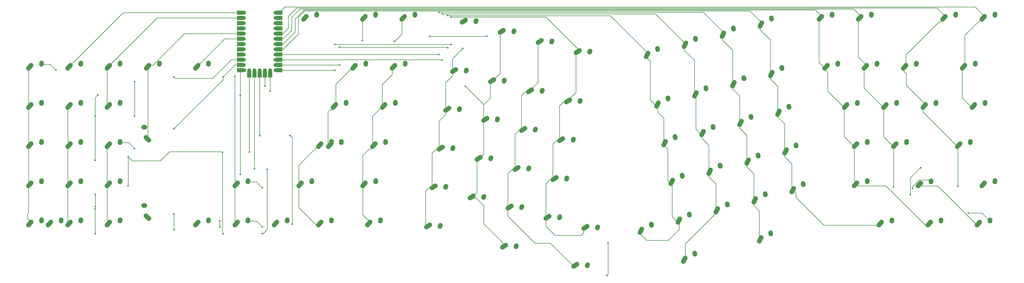
<source format=gbr>
%TF.GenerationSoftware,KiCad,Pcbnew,(5.1.10)-1*%
%TF.CreationDate,2021-06-19T21:53:37-07:00*%
%TF.ProjectId,HSC_Alice,4853435f-416c-4696-9365-2e6b69636164,rev?*%
%TF.SameCoordinates,Original*%
%TF.FileFunction,Copper,L1,Top*%
%TF.FilePolarity,Positive*%
%FSLAX46Y46*%
G04 Gerber Fmt 4.6, Leading zero omitted, Abs format (unit mm)*
G04 Created by KiCad (PCBNEW (5.1.10)-1) date 2021-06-19 21:53:37*
%MOMM*%
%LPD*%
G01*
G04 APERTURE LIST*
%TA.AperFunction,ComponentPad*%
%ADD10C,2.250000*%
%TD*%
%TA.AperFunction,SMDPad,CuDef*%
%ADD11R,2.000000X3.250000*%
%TD*%
%TA.AperFunction,SMDPad,CuDef*%
%ADD12R,3.250000X2.000000*%
%TD*%
%TA.AperFunction,ComponentPad*%
%ADD13C,1.752600*%
%TD*%
%TA.AperFunction,ComponentPad*%
%ADD14R,1.752600X1.752600*%
%TD*%
%TA.AperFunction,ViaPad*%
%ADD15C,0.800000*%
%TD*%
%TA.AperFunction,Conductor*%
%ADD16C,0.254000*%
%TD*%
G04 APERTURE END LIST*
D10*
%TO.P,MX54,1*%
%TO.N,Col8*%
X-394304496Y-180797143D03*
%TA.AperFunction,ComponentPad*%
G36*
G01*
X-396890169Y-182482707D02*
X-396890173Y-182482700D01*
G75*
G02*
X-396562093Y-180925904I942438J614358D01*
G01*
X-394918853Y-179854706D01*
G75*
G02*
X-393362057Y-180182786I614358J-942438D01*
G01*
X-393362057Y-180182786D01*
G75*
G02*
X-393690137Y-181739582I-942438J-614358D01*
G01*
X-395333377Y-182810780D01*
G75*
G02*
X-396890173Y-182482700I-614358J942438D01*
G01*
G37*
%TD.AperFunction*%
%TO.P,MX54,2*%
%TO.N,Net-(D54-Pad2)*%
X-389156706Y-181058391D03*
%TA.AperFunction,ComponentPad*%
G36*
G01*
X-389709865Y-182672621D02*
X-389710705Y-182672333D01*
G75*
G02*
X-390409516Y-181243028I365247J1064058D01*
G01*
X-390220764Y-180693144D01*
G75*
G02*
X-388791459Y-179994333I1064058J-365247D01*
G01*
X-388791459Y-179994333D01*
G75*
G02*
X-388092648Y-181423638I-365247J-1064058D01*
G01*
X-388281400Y-181973522D01*
G75*
G02*
X-389710705Y-182672333I-1064058J365247D01*
G01*
G37*
%TD.AperFunction*%
%TD*%
%TO.P,MX95,1*%
%TO.N,Col15*%
X-227645600Y-141338800D03*
%TA.AperFunction,ComponentPad*%
G36*
G01*
X-229706912Y-143636150D02*
X-229706917Y-143636145D01*
G75*
G02*
X-229792945Y-142047483I751317J837345D01*
G01*
X-228482943Y-140587483D01*
G75*
G02*
X-226894281Y-140501455I837345J-751317D01*
G01*
X-226894281Y-140501455D01*
G75*
G02*
X-226808253Y-142090117I-751317J-837345D01*
G01*
X-228118255Y-143550117D01*
G75*
G02*
X-229706917Y-143636145I-837345J751317D01*
G01*
G37*
%TD.AperFunction*%
%TO.P,MX95,2*%
%TO.N,Net-(D95-Pad2)*%
X-222605600Y-140258800D03*
%TA.AperFunction,ComponentPad*%
G36*
G01*
X-222722117Y-141961195D02*
X-222723003Y-141961134D01*
G75*
G02*
X-223767934Y-140761397I77403J1122334D01*
G01*
X-223727934Y-140181397D01*
G75*
G02*
X-222528197Y-139136466I1122334J-77403D01*
G01*
X-222528197Y-139136466D01*
G75*
G02*
X-221483266Y-140336203I-77403J-1122334D01*
G01*
X-221523266Y-140916203D01*
G75*
G02*
X-222723003Y-141961134I-1122334J77403D01*
G01*
G37*
%TD.AperFunction*%
%TD*%
%TO.P,MX105,1*%
%TO.N,Col17*%
X-201458200Y-103213400D03*
%TA.AperFunction,ComponentPad*%
G36*
G01*
X-203519512Y-105510750D02*
X-203519517Y-105510745D01*
G75*
G02*
X-203605545Y-103922083I751317J837345D01*
G01*
X-202295543Y-102462083D01*
G75*
G02*
X-200706881Y-102376055I837345J-751317D01*
G01*
X-200706881Y-102376055D01*
G75*
G02*
X-200620853Y-103964717I-751317J-837345D01*
G01*
X-201930855Y-105424717D01*
G75*
G02*
X-203519517Y-105510745I-837345J751317D01*
G01*
G37*
%TD.AperFunction*%
%TO.P,MX105,2*%
%TO.N,Net-(D105-Pad2)*%
X-196418200Y-102133400D03*
%TA.AperFunction,ComponentPad*%
G36*
G01*
X-196534717Y-103835795D02*
X-196535603Y-103835734D01*
G75*
G02*
X-197580534Y-102635997I77403J1122334D01*
G01*
X-197540534Y-102055997D01*
G75*
G02*
X-196340797Y-101011066I1122334J-77403D01*
G01*
X-196340797Y-101011066D01*
G75*
G02*
X-195295866Y-102210803I-77403J-1122334D01*
G01*
X-195335866Y-102790803D01*
G75*
G02*
X-196535603Y-103835734I-1122334J77403D01*
G01*
G37*
%TD.AperFunction*%
%TD*%
%TO.P,MX48,1*%
%TO.N,Col7*%
X-428836138Y-171554049D03*
%TA.AperFunction,ComponentPad*%
G36*
G01*
X-431421811Y-173239613D02*
X-431421815Y-173239606D01*
G75*
G02*
X-431093735Y-171682810I942438J614358D01*
G01*
X-429450495Y-170611612D01*
G75*
G02*
X-427893699Y-170939692I614358J-942438D01*
G01*
X-427893699Y-170939692D01*
G75*
G02*
X-428221779Y-172496488I-942438J-614358D01*
G01*
X-429865019Y-173567686D01*
G75*
G02*
X-431421815Y-173239606I-614358J942438D01*
G01*
G37*
%TD.AperFunction*%
%TO.P,MX48,2*%
%TO.N,Net-(D48-Pad2)*%
X-423688348Y-171815297D03*
%TA.AperFunction,ComponentPad*%
G36*
G01*
X-424241507Y-173429527D02*
X-424242347Y-173429239D01*
G75*
G02*
X-424941158Y-171999934I365247J1064058D01*
G01*
X-424752406Y-171450050D01*
G75*
G02*
X-423323101Y-170751239I1064058J-365247D01*
G01*
X-423323101Y-170751239D01*
G75*
G02*
X-422624290Y-172180544I-365247J-1064058D01*
G01*
X-422813042Y-172730428D01*
G75*
G02*
X-424242347Y-173429239I-1064058J365247D01*
G01*
G37*
%TD.AperFunction*%
%TD*%
%TO.P,MX29,1*%
%TO.N,Col4*%
X-527899000Y-141288000D03*
%TA.AperFunction,ComponentPad*%
G36*
G01*
X-529960312Y-143585350D02*
X-529960317Y-143585345D01*
G75*
G02*
X-530046345Y-141996683I751317J837345D01*
G01*
X-528736343Y-140536683D01*
G75*
G02*
X-527147681Y-140450655I837345J-751317D01*
G01*
X-527147681Y-140450655D01*
G75*
G02*
X-527061653Y-142039317I-751317J-837345D01*
G01*
X-528371655Y-143499317D01*
G75*
G02*
X-529960317Y-143585345I-837345J751317D01*
G01*
G37*
%TD.AperFunction*%
%TO.P,MX29,2*%
%TO.N,Net-(D29-Pad2)*%
X-522859000Y-140208000D03*
%TA.AperFunction,ComponentPad*%
G36*
G01*
X-522975517Y-141910395D02*
X-522976403Y-141910334D01*
G75*
G02*
X-524021334Y-140710597I77403J1122334D01*
G01*
X-523981334Y-140130597D01*
G75*
G02*
X-522781597Y-139085666I1122334J-77403D01*
G01*
X-522781597Y-139085666D01*
G75*
G02*
X-521736666Y-140285403I-77403J-1122334D01*
G01*
X-521776666Y-140865403D01*
G75*
G02*
X-522976403Y-141910334I-1122334J77403D01*
G01*
G37*
%TD.AperFunction*%
%TD*%
%TO.P,MX28,1*%
%TO.N,Col4*%
X-513548000Y-122238000D03*
%TA.AperFunction,ComponentPad*%
G36*
G01*
X-515609312Y-124535350D02*
X-515609317Y-124535345D01*
G75*
G02*
X-515695345Y-122946683I751317J837345D01*
G01*
X-514385343Y-121486683D01*
G75*
G02*
X-512796681Y-121400655I837345J-751317D01*
G01*
X-512796681Y-121400655D01*
G75*
G02*
X-512710653Y-122989317I-751317J-837345D01*
G01*
X-514020655Y-124449317D01*
G75*
G02*
X-515609317Y-124535345I-837345J751317D01*
G01*
G37*
%TD.AperFunction*%
%TO.P,MX28,2*%
%TO.N,Net-(D28-Pad2)*%
X-508508000Y-121158000D03*
%TA.AperFunction,ComponentPad*%
G36*
G01*
X-508624517Y-122860395D02*
X-508625403Y-122860334D01*
G75*
G02*
X-509670334Y-121660597I77403J1122334D01*
G01*
X-509630334Y-121080597D01*
G75*
G02*
X-508430597Y-120035666I1122334J-77403D01*
G01*
X-508430597Y-120035666D01*
G75*
G02*
X-507385666Y-121235403I-77403J-1122334D01*
G01*
X-507425666Y-121815403D01*
G75*
G02*
X-508625403Y-122860334I-1122334J77403D01*
G01*
G37*
%TD.AperFunction*%
%TD*%
%TO.P,MX6,1*%
%TO.N,Col0*%
X-658963000Y-160338000D03*
%TA.AperFunction,ComponentPad*%
G36*
G01*
X-661024312Y-162635350D02*
X-661024317Y-162635345D01*
G75*
G02*
X-661110345Y-161046683I751317J837345D01*
G01*
X-659800343Y-159586683D01*
G75*
G02*
X-658211681Y-159500655I837345J-751317D01*
G01*
X-658211681Y-159500655D01*
G75*
G02*
X-658125653Y-161089317I-751317J-837345D01*
G01*
X-659435655Y-162549317D01*
G75*
G02*
X-661024317Y-162635345I-837345J751317D01*
G01*
G37*
%TD.AperFunction*%
%TO.P,MX6,2*%
%TO.N,Net-(D6-Pad2)*%
X-653923000Y-159258000D03*
%TA.AperFunction,ComponentPad*%
G36*
G01*
X-654039517Y-160960395D02*
X-654040403Y-160960334D01*
G75*
G02*
X-655085334Y-159760597I77403J1122334D01*
G01*
X-655045334Y-159180597D01*
G75*
G02*
X-653845597Y-158135666I1122334J-77403D01*
G01*
X-653845597Y-158135666D01*
G75*
G02*
X-652800666Y-159335403I-77403J-1122334D01*
G01*
X-652840666Y-159915403D01*
G75*
G02*
X-654040403Y-160960334I-1122334J77403D01*
G01*
G37*
%TD.AperFunction*%
%TD*%
D11*
%TO.P,U2,29*%
%TO.N,Col8*%
X-543077400Y-88442800D03*
%TO.P,U2,28*%
%TO.N,Col7*%
X-545617400Y-88442800D03*
%TO.P,U2,27*%
%TO.N,Row5*%
X-548157400Y-88442800D03*
%TO.P,U2,26*%
%TO.N,Row4*%
X-550697400Y-88442800D03*
%TO.P,U2,25*%
%TO.N,Row3*%
X-553237400Y-88442800D03*
D12*
%TO.P,U2,24*%
%TO.N,Col17*%
X-538759400Y-58597800D03*
%TO.P,U2,23*%
%TO.N,Net-(U2-Pad23)*%
X-538759400Y-61137800D03*
%TO.P,U2,22*%
%TO.N,Net-(U2-Pad22)*%
X-538759400Y-63677800D03*
%TO.P,U2,21*%
%TO.N,Net-(U2-Pad21)*%
X-538759400Y-66217800D03*
%TO.P,U2,20*%
%TO.N,Col16*%
X-538759400Y-68757800D03*
%TO.P,U2,19*%
%TO.N,Col15*%
X-538759400Y-71297800D03*
%TO.P,U2,18*%
%TO.N,Col14*%
X-538759400Y-73837800D03*
%TO.P,U2,17*%
%TO.N,Col13*%
X-538759400Y-76377800D03*
%TO.P,U2,16*%
%TO.N,Col12*%
X-538759400Y-78917800D03*
%TO.P,U2,15*%
%TO.N,Col11*%
X-538759400Y-81457800D03*
%TO.P,U2,14*%
%TO.N,Col10*%
X-538759400Y-83997800D03*
%TO.P,U2,13*%
%TO.N,Col9*%
X-538759400Y-86537800D03*
%TO.P,U2,12*%
%TO.N,Row2*%
X-557555400Y-86537800D03*
%TO.P,U2,11*%
%TO.N,Row1*%
X-557555400Y-83997800D03*
%TO.P,U2,10*%
%TO.N,Row0*%
X-557555400Y-81457800D03*
%TO.P,U2,9*%
%TO.N,Col6*%
X-557555400Y-78917800D03*
%TO.P,U2,8*%
%TO.N,Col5*%
X-557555400Y-76377800D03*
%TO.P,U2,7*%
%TO.N,Col4*%
X-557555400Y-73837800D03*
%TO.P,U2,6*%
%TO.N,Col3*%
X-557555400Y-71297800D03*
%TO.P,U2,5*%
%TO.N,Col2*%
X-557555400Y-68757800D03*
%TO.P,U2,4*%
%TO.N,Net-(U2-Pad4)*%
X-557555400Y-66217800D03*
%TO.P,U2,3*%
%TO.N,Net-(U2-Pad3)*%
X-557555400Y-63677800D03*
%TO.P,U2,2*%
%TO.N,Col1*%
X-557555400Y-61137800D03*
%TO.P,U2,1*%
%TO.N,Col0*%
X-557555400Y-58597800D03*
D13*
%TO.P,U2,25*%
%TO.N,Row3*%
X-553237400Y-86537800D03*
%TO.P,U2,26*%
%TO.N,Row4*%
X-550697400Y-86537800D03*
%TO.P,U2,27*%
%TO.N,Row5*%
X-548157400Y-86537800D03*
%TO.P,U2,28*%
%TO.N,Col7*%
X-545617400Y-86537800D03*
%TO.P,U2,29*%
%TO.N,Col8*%
X-543077400Y-86537800D03*
%TO.P,U2,24*%
%TO.N,Col17*%
X-540537400Y-58597800D03*
%TO.P,U2,12*%
%TO.N,Row2*%
X-555548800Y-86537800D03*
%TO.P,U2,23*%
%TO.N,Net-(U2-Pad23)*%
X-540537400Y-61137800D03*
%TO.P,U2,22*%
%TO.N,Net-(U2-Pad22)*%
X-540537400Y-63677800D03*
%TO.P,U2,21*%
%TO.N,Net-(U2-Pad21)*%
X-540537400Y-66217800D03*
%TO.P,U2,20*%
%TO.N,Col16*%
X-540537400Y-68757800D03*
%TO.P,U2,19*%
%TO.N,Col15*%
X-540537400Y-71297800D03*
%TO.P,U2,18*%
%TO.N,Col14*%
X-540537400Y-73837800D03*
%TO.P,U2,17*%
%TO.N,Col13*%
X-540537400Y-76377800D03*
%TO.P,U2,16*%
%TO.N,Col12*%
X-540537400Y-78917800D03*
%TO.P,U2,15*%
%TO.N,Col11*%
X-540537400Y-81457800D03*
%TO.P,U2,14*%
%TO.N,Col10*%
X-540537400Y-83997800D03*
%TO.P,U2,13*%
%TO.N,Col9*%
X-540537400Y-86537800D03*
%TO.P,U2,11*%
%TO.N,Row1*%
X-555777400Y-83997800D03*
%TO.P,U2,10*%
%TO.N,Row0*%
X-555777400Y-81457800D03*
%TO.P,U2,9*%
%TO.N,Col6*%
X-555777400Y-78917800D03*
%TO.P,U2,8*%
%TO.N,Col5*%
X-555777400Y-76377800D03*
%TO.P,U2,7*%
%TO.N,Col4*%
X-555777400Y-73837800D03*
%TO.P,U2,6*%
%TO.N,Col3*%
X-555777400Y-71297800D03*
%TO.P,U2,5*%
%TO.N,Col2*%
X-555777400Y-68757800D03*
%TO.P,U2,4*%
%TO.N,Net-(U2-Pad4)*%
X-555777400Y-66217800D03*
%TO.P,U2,3*%
%TO.N,Net-(U2-Pad3)*%
X-555777400Y-63677800D03*
%TO.P,U2,2*%
%TO.N,Col1*%
X-555777400Y-61137800D03*
D14*
%TO.P,U2,1*%
%TO.N,Col0*%
X-555777400Y-58597800D03*
%TD*%
D10*
%TO.P,MX104,1*%
%TO.N,Col17*%
X-206233400Y-84138000D03*
%TA.AperFunction,ComponentPad*%
G36*
G01*
X-208294712Y-86435350D02*
X-208294717Y-86435345D01*
G75*
G02*
X-208380745Y-84846683I751317J837345D01*
G01*
X-207070743Y-83386683D01*
G75*
G02*
X-205482081Y-83300655I837345J-751317D01*
G01*
X-205482081Y-83300655D01*
G75*
G02*
X-205396053Y-84889317I-751317J-837345D01*
G01*
X-206706055Y-86349317D01*
G75*
G02*
X-208294717Y-86435345I-837345J751317D01*
G01*
G37*
%TD.AperFunction*%
%TO.P,MX104,2*%
%TO.N,Net-(D104-Pad2)*%
X-201193400Y-83058000D03*
%TA.AperFunction,ComponentPad*%
G36*
G01*
X-201309917Y-84760395D02*
X-201310803Y-84760334D01*
G75*
G02*
X-202355734Y-83560597I77403J1122334D01*
G01*
X-202315734Y-82980597D01*
G75*
G02*
X-201115997Y-81935666I1122334J-77403D01*
G01*
X-201115997Y-81935666D01*
G75*
G02*
X-200071066Y-83135403I-77403J-1122334D01*
G01*
X-200111066Y-83715403D01*
G75*
G02*
X-201310803Y-84760334I-1122334J77403D01*
G01*
G37*
%TD.AperFunction*%
%TD*%
%TO.P,MX103,1*%
%TO.N,Col17*%
X-196683000Y-60325500D03*
%TA.AperFunction,ComponentPad*%
G36*
G01*
X-198744312Y-62622850D02*
X-198744317Y-62622845D01*
G75*
G02*
X-198830345Y-61034183I751317J837345D01*
G01*
X-197520343Y-59574183D01*
G75*
G02*
X-195931681Y-59488155I837345J-751317D01*
G01*
X-195931681Y-59488155D01*
G75*
G02*
X-195845653Y-61076817I-751317J-837345D01*
G01*
X-197155655Y-62536817D01*
G75*
G02*
X-198744317Y-62622845I-837345J751317D01*
G01*
G37*
%TD.AperFunction*%
%TO.P,MX103,2*%
%TO.N,Net-(D103-Pad2)*%
X-191643000Y-59245500D03*
%TA.AperFunction,ComponentPad*%
G36*
G01*
X-191759517Y-60947895D02*
X-191760403Y-60947834D01*
G75*
G02*
X-192805334Y-59748097I77403J1122334D01*
G01*
X-192765334Y-59168097D01*
G75*
G02*
X-191565597Y-58123166I1122334J-77403D01*
G01*
X-191565597Y-58123166D01*
G75*
G02*
X-190520666Y-59322903I-77403J-1122334D01*
G01*
X-190560666Y-59902903D01*
G75*
G02*
X-191760403Y-60947834I-1122334J77403D01*
G01*
G37*
%TD.AperFunction*%
%TD*%
%TO.P,MX102,1*%
%TO.N,Col16*%
X-196683000Y-141288000D03*
%TA.AperFunction,ComponentPad*%
G36*
G01*
X-198744312Y-143585350D02*
X-198744317Y-143585345D01*
G75*
G02*
X-198830345Y-141996683I751317J837345D01*
G01*
X-197520343Y-140536683D01*
G75*
G02*
X-195931681Y-140450655I837345J-751317D01*
G01*
X-195931681Y-140450655D01*
G75*
G02*
X-195845653Y-142039317I-751317J-837345D01*
G01*
X-197155655Y-143499317D01*
G75*
G02*
X-198744317Y-143585345I-837345J751317D01*
G01*
G37*
%TD.AperFunction*%
%TO.P,MX102,2*%
%TO.N,Net-(D102-Pad2)*%
X-191643000Y-140208000D03*
%TA.AperFunction,ComponentPad*%
G36*
G01*
X-191759517Y-141910395D02*
X-191760403Y-141910334D01*
G75*
G02*
X-192805334Y-140710597I77403J1122334D01*
G01*
X-192765334Y-140130597D01*
G75*
G02*
X-191565597Y-139085666I1122334J-77403D01*
G01*
X-191565597Y-139085666D01*
G75*
G02*
X-190520666Y-140285403I-77403J-1122334D01*
G01*
X-190560666Y-140865403D01*
G75*
G02*
X-191760403Y-141910334I-1122334J77403D01*
G01*
G37*
%TD.AperFunction*%
%TD*%
%TO.P,MX101,1*%
%TO.N,Col16*%
X-208601400Y-122238000D03*
%TA.AperFunction,ComponentPad*%
G36*
G01*
X-210662712Y-124535350D02*
X-210662717Y-124535345D01*
G75*
G02*
X-210748745Y-122946683I751317J837345D01*
G01*
X-209438743Y-121486683D01*
G75*
G02*
X-207850081Y-121400655I837345J-751317D01*
G01*
X-207850081Y-121400655D01*
G75*
G02*
X-207764053Y-122989317I-751317J-837345D01*
G01*
X-209074055Y-124449317D01*
G75*
G02*
X-210662717Y-124535345I-837345J751317D01*
G01*
G37*
%TD.AperFunction*%
%TO.P,MX101,2*%
%TO.N,Net-(D101-Pad2)*%
X-203561400Y-121158000D03*
%TA.AperFunction,ComponentPad*%
G36*
G01*
X-203677917Y-122860395D02*
X-203678803Y-122860334D01*
G75*
G02*
X-204723734Y-121660597I77403J1122334D01*
G01*
X-204683734Y-121080597D01*
G75*
G02*
X-203483997Y-120035666I1122334J-77403D01*
G01*
X-203483997Y-120035666D01*
G75*
G02*
X-202439066Y-121235403I-77403J-1122334D01*
G01*
X-202479066Y-121815403D01*
G75*
G02*
X-203678803Y-122860334I-1122334J77403D01*
G01*
G37*
%TD.AperFunction*%
%TD*%
%TO.P,MX99,1*%
%TO.N,Col16*%
X-225283400Y-103213400D03*
%TA.AperFunction,ComponentPad*%
G36*
G01*
X-227344712Y-105510750D02*
X-227344717Y-105510745D01*
G75*
G02*
X-227430745Y-103922083I751317J837345D01*
G01*
X-226120743Y-102462083D01*
G75*
G02*
X-224532081Y-102376055I837345J-751317D01*
G01*
X-224532081Y-102376055D01*
G75*
G02*
X-224446053Y-103964717I-751317J-837345D01*
G01*
X-225756055Y-105424717D01*
G75*
G02*
X-227344717Y-105510745I-837345J751317D01*
G01*
G37*
%TD.AperFunction*%
%TO.P,MX99,2*%
%TO.N,Net-(D99-Pad2)*%
X-220243400Y-102133400D03*
%TA.AperFunction,ComponentPad*%
G36*
G01*
X-220359917Y-103835795D02*
X-220360803Y-103835734D01*
G75*
G02*
X-221405734Y-102635997I77403J1122334D01*
G01*
X-221365734Y-102055997D01*
G75*
G02*
X-220165997Y-101011066I1122334J-77403D01*
G01*
X-220165997Y-101011066D01*
G75*
G02*
X-219121066Y-102210803I-77403J-1122334D01*
G01*
X-219161066Y-102790803D01*
G75*
G02*
X-220360803Y-103835734I-1122334J77403D01*
G01*
G37*
%TD.AperFunction*%
%TD*%
%TO.P,MX98,1*%
%TO.N,Col16*%
X-234808400Y-84163400D03*
%TA.AperFunction,ComponentPad*%
G36*
G01*
X-236869712Y-86460750D02*
X-236869717Y-86460745D01*
G75*
G02*
X-236955745Y-84872083I751317J837345D01*
G01*
X-235645743Y-83412083D01*
G75*
G02*
X-234057081Y-83326055I837345J-751317D01*
G01*
X-234057081Y-83326055D01*
G75*
G02*
X-233971053Y-84914717I-751317J-837345D01*
G01*
X-235281055Y-86374717D01*
G75*
G02*
X-236869717Y-86460745I-837345J751317D01*
G01*
G37*
%TD.AperFunction*%
%TO.P,MX98,2*%
%TO.N,Net-(D98-Pad2)*%
X-229768400Y-83083400D03*
%TA.AperFunction,ComponentPad*%
G36*
G01*
X-229884917Y-84785795D02*
X-229885803Y-84785734D01*
G75*
G02*
X-230930734Y-83585997I77403J1122334D01*
G01*
X-230890734Y-83005997D01*
G75*
G02*
X-229690997Y-81961066I1122334J-77403D01*
G01*
X-229690997Y-81961066D01*
G75*
G02*
X-228646066Y-83160803I-77403J-1122334D01*
G01*
X-228686066Y-83740803D01*
G75*
G02*
X-229885803Y-84785734I-1122334J77403D01*
G01*
G37*
%TD.AperFunction*%
%TD*%
%TO.P,MX97,1*%
%TO.N,Col16*%
X-215733000Y-60325500D03*
%TA.AperFunction,ComponentPad*%
G36*
G01*
X-217794312Y-62622850D02*
X-217794317Y-62622845D01*
G75*
G02*
X-217880345Y-61034183I751317J837345D01*
G01*
X-216570343Y-59574183D01*
G75*
G02*
X-214981681Y-59488155I837345J-751317D01*
G01*
X-214981681Y-59488155D01*
G75*
G02*
X-214895653Y-61076817I-751317J-837345D01*
G01*
X-216205655Y-62536817D01*
G75*
G02*
X-217794317Y-62622845I-837345J751317D01*
G01*
G37*
%TD.AperFunction*%
%TO.P,MX97,2*%
%TO.N,Net-(D97-Pad2)*%
X-210693000Y-59245500D03*
%TA.AperFunction,ComponentPad*%
G36*
G01*
X-210809517Y-60947895D02*
X-210810403Y-60947834D01*
G75*
G02*
X-211855334Y-59748097I77403J1122334D01*
G01*
X-211815334Y-59168097D01*
G75*
G02*
X-210615597Y-58123166I1122334J-77403D01*
G01*
X-210615597Y-58123166D01*
G75*
G02*
X-209570666Y-59322903I-77403J-1122334D01*
G01*
X-209610666Y-59902903D01*
G75*
G02*
X-210810403Y-60947834I-1122334J77403D01*
G01*
G37*
%TD.AperFunction*%
%TD*%
%TO.P,MX96,1*%
%TO.N,Col15*%
X-199049000Y-160363400D03*
%TA.AperFunction,ComponentPad*%
G36*
G01*
X-201110312Y-162660750D02*
X-201110317Y-162660745D01*
G75*
G02*
X-201196345Y-161072083I751317J837345D01*
G01*
X-199886343Y-159612083D01*
G75*
G02*
X-198297681Y-159526055I837345J-751317D01*
G01*
X-198297681Y-159526055D01*
G75*
G02*
X-198211653Y-161114717I-751317J-837345D01*
G01*
X-199521655Y-162574717D01*
G75*
G02*
X-201110317Y-162660745I-837345J751317D01*
G01*
G37*
%TD.AperFunction*%
%TO.P,MX96,2*%
%TO.N,Net-(D96-Pad2)*%
X-194009000Y-159283400D03*
%TA.AperFunction,ComponentPad*%
G36*
G01*
X-194125517Y-160985795D02*
X-194126403Y-160985734D01*
G75*
G02*
X-195171334Y-159785997I77403J1122334D01*
G01*
X-195131334Y-159205997D01*
G75*
G02*
X-193931597Y-158161066I1122334J-77403D01*
G01*
X-193931597Y-158161066D01*
G75*
G02*
X-192886666Y-159360803I-77403J-1122334D01*
G01*
X-192926666Y-159940803D01*
G75*
G02*
X-194126403Y-160985734I-1122334J77403D01*
G01*
G37*
%TD.AperFunction*%
%TD*%
%TO.P,MX94,1*%
%TO.N,Col15*%
X-239532800Y-122212600D03*
%TA.AperFunction,ComponentPad*%
G36*
G01*
X-241594112Y-124509950D02*
X-241594117Y-124509945D01*
G75*
G02*
X-241680145Y-122921283I751317J837345D01*
G01*
X-240370143Y-121461283D01*
G75*
G02*
X-238781481Y-121375255I837345J-751317D01*
G01*
X-238781481Y-121375255D01*
G75*
G02*
X-238695453Y-122963917I-751317J-837345D01*
G01*
X-240005455Y-124423917D01*
G75*
G02*
X-241594117Y-124509945I-837345J751317D01*
G01*
G37*
%TD.AperFunction*%
%TO.P,MX94,2*%
%TO.N,Net-(D94-Pad2)*%
X-234492800Y-121132600D03*
%TA.AperFunction,ComponentPad*%
G36*
G01*
X-234609317Y-122834995D02*
X-234610203Y-122834934D01*
G75*
G02*
X-235655134Y-121635197I77403J1122334D01*
G01*
X-235615134Y-121055197D01*
G75*
G02*
X-234415397Y-120010266I1122334J-77403D01*
G01*
X-234415397Y-120010266D01*
G75*
G02*
X-233370466Y-121210003I-77403J-1122334D01*
G01*
X-233410466Y-121790003D01*
G75*
G02*
X-234610203Y-122834934I-1122334J77403D01*
G01*
G37*
%TD.AperFunction*%
%TD*%
%TO.P,MX93,1*%
%TO.N,Col15*%
X-244333400Y-103213400D03*
%TA.AperFunction,ComponentPad*%
G36*
G01*
X-246394712Y-105510750D02*
X-246394717Y-105510745D01*
G75*
G02*
X-246480745Y-103922083I751317J837345D01*
G01*
X-245170743Y-102462083D01*
G75*
G02*
X-243582081Y-102376055I837345J-751317D01*
G01*
X-243582081Y-102376055D01*
G75*
G02*
X-243496053Y-103964717I-751317J-837345D01*
G01*
X-244806055Y-105424717D01*
G75*
G02*
X-246394717Y-105510745I-837345J751317D01*
G01*
G37*
%TD.AperFunction*%
%TO.P,MX93,2*%
%TO.N,Net-(D93-Pad2)*%
X-239293400Y-102133400D03*
%TA.AperFunction,ComponentPad*%
G36*
G01*
X-239409917Y-103835795D02*
X-239410803Y-103835734D01*
G75*
G02*
X-240455734Y-102635997I77403J1122334D01*
G01*
X-240415734Y-102055997D01*
G75*
G02*
X-239215997Y-101011066I1122334J-77403D01*
G01*
X-239215997Y-101011066D01*
G75*
G02*
X-238171066Y-102210803I-77403J-1122334D01*
G01*
X-238211066Y-102790803D01*
G75*
G02*
X-239410803Y-103835734I-1122334J77403D01*
G01*
G37*
%TD.AperFunction*%
%TD*%
%TO.P,MX92,1*%
%TO.N,Col15*%
X-253858400Y-84163400D03*
%TA.AperFunction,ComponentPad*%
G36*
G01*
X-255919712Y-86460750D02*
X-255919717Y-86460745D01*
G75*
G02*
X-256005745Y-84872083I751317J837345D01*
G01*
X-254695743Y-83412083D01*
G75*
G02*
X-253107081Y-83326055I837345J-751317D01*
G01*
X-253107081Y-83326055D01*
G75*
G02*
X-253021053Y-84914717I-751317J-837345D01*
G01*
X-254331055Y-86374717D01*
G75*
G02*
X-255919717Y-86460745I-837345J751317D01*
G01*
G37*
%TD.AperFunction*%
%TO.P,MX92,2*%
%TO.N,Net-(D92-Pad2)*%
X-248818400Y-83083400D03*
%TA.AperFunction,ComponentPad*%
G36*
G01*
X-248934917Y-84785795D02*
X-248935803Y-84785734D01*
G75*
G02*
X-249980734Y-83585997I77403J1122334D01*
G01*
X-249940734Y-83005997D01*
G75*
G02*
X-248740997Y-81961066I1122334J-77403D01*
G01*
X-248740997Y-81961066D01*
G75*
G02*
X-247696066Y-83160803I-77403J-1122334D01*
G01*
X-247736066Y-83740803D01*
G75*
G02*
X-248935803Y-84785734I-1122334J77403D01*
G01*
G37*
%TD.AperFunction*%
%TD*%
%TO.P,MX91,1*%
%TO.N,Col15*%
X-256601600Y-60325500D03*
%TA.AperFunction,ComponentPad*%
G36*
G01*
X-258662912Y-62622850D02*
X-258662917Y-62622845D01*
G75*
G02*
X-258748945Y-61034183I751317J837345D01*
G01*
X-257438943Y-59574183D01*
G75*
G02*
X-255850281Y-59488155I837345J-751317D01*
G01*
X-255850281Y-59488155D01*
G75*
G02*
X-255764253Y-61076817I-751317J-837345D01*
G01*
X-257074255Y-62536817D01*
G75*
G02*
X-258662917Y-62622845I-837345J751317D01*
G01*
G37*
%TD.AperFunction*%
%TO.P,MX91,2*%
%TO.N,Net-(D91-Pad2)*%
X-251561600Y-59245500D03*
%TA.AperFunction,ComponentPad*%
G36*
G01*
X-251678117Y-60947895D02*
X-251679003Y-60947834D01*
G75*
G02*
X-252723934Y-59748097I77403J1122334D01*
G01*
X-252683934Y-59168097D01*
G75*
G02*
X-251484197Y-58123166I1122334J-77403D01*
G01*
X-251484197Y-58123166D01*
G75*
G02*
X-250439266Y-59322903I-77403J-1122334D01*
G01*
X-250479266Y-59902903D01*
G75*
G02*
X-251679003Y-60947834I-1122334J77403D01*
G01*
G37*
%TD.AperFunction*%
%TD*%
%TO.P,MX90,1*%
%TO.N,Col14*%
X-222848800Y-160363400D03*
%TA.AperFunction,ComponentPad*%
G36*
G01*
X-224910112Y-162660750D02*
X-224910117Y-162660745D01*
G75*
G02*
X-224996145Y-161072083I751317J837345D01*
G01*
X-223686143Y-159612083D01*
G75*
G02*
X-222097481Y-159526055I837345J-751317D01*
G01*
X-222097481Y-159526055D01*
G75*
G02*
X-222011453Y-161114717I-751317J-837345D01*
G01*
X-223321455Y-162574717D01*
G75*
G02*
X-224910117Y-162660745I-837345J751317D01*
G01*
G37*
%TD.AperFunction*%
%TO.P,MX90,2*%
%TO.N,Net-(D90-Pad2)*%
X-217808800Y-159283400D03*
%TA.AperFunction,ComponentPad*%
G36*
G01*
X-217925317Y-160985795D02*
X-217926203Y-160985734D01*
G75*
G02*
X-218971134Y-159785997I77403J1122334D01*
G01*
X-218931134Y-159205997D01*
G75*
G02*
X-217731397Y-158161066I1122334J-77403D01*
G01*
X-217731397Y-158161066D01*
G75*
G02*
X-216686466Y-159360803I-77403J-1122334D01*
G01*
X-216726466Y-159940803D01*
G75*
G02*
X-217926203Y-160985734I-1122334J77403D01*
G01*
G37*
%TD.AperFunction*%
%TD*%
%TO.P,MX89,1*%
%TO.N,Col14*%
X-258608200Y-141262600D03*
%TA.AperFunction,ComponentPad*%
G36*
G01*
X-260669512Y-143559950D02*
X-260669517Y-143559945D01*
G75*
G02*
X-260755545Y-141971283I751317J837345D01*
G01*
X-259445543Y-140511283D01*
G75*
G02*
X-257856881Y-140425255I837345J-751317D01*
G01*
X-257856881Y-140425255D01*
G75*
G02*
X-257770853Y-142013917I-751317J-837345D01*
G01*
X-259080855Y-143473917D01*
G75*
G02*
X-260669517Y-143559945I-837345J751317D01*
G01*
G37*
%TD.AperFunction*%
%TO.P,MX89,2*%
%TO.N,Net-(D89-Pad2)*%
X-253568200Y-140182600D03*
%TA.AperFunction,ComponentPad*%
G36*
G01*
X-253684717Y-141884995D02*
X-253685603Y-141884934D01*
G75*
G02*
X-254730534Y-140685197I77403J1122334D01*
G01*
X-254690534Y-140105197D01*
G75*
G02*
X-253490797Y-139060266I1122334J-77403D01*
G01*
X-253490797Y-139060266D01*
G75*
G02*
X-252445866Y-140260003I-77403J-1122334D01*
G01*
X-252485866Y-140840003D01*
G75*
G02*
X-253685603Y-141884934I-1122334J77403D01*
G01*
G37*
%TD.AperFunction*%
%TD*%
%TO.P,MX88,1*%
%TO.N,Col14*%
X-258582800Y-122212600D03*
%TA.AperFunction,ComponentPad*%
G36*
G01*
X-260644112Y-124509950D02*
X-260644117Y-124509945D01*
G75*
G02*
X-260730145Y-122921283I751317J837345D01*
G01*
X-259420143Y-121461283D01*
G75*
G02*
X-257831481Y-121375255I837345J-751317D01*
G01*
X-257831481Y-121375255D01*
G75*
G02*
X-257745453Y-122963917I-751317J-837345D01*
G01*
X-259055455Y-124423917D01*
G75*
G02*
X-260644117Y-124509945I-837345J751317D01*
G01*
G37*
%TD.AperFunction*%
%TO.P,MX88,2*%
%TO.N,Net-(D88-Pad2)*%
X-253542800Y-121132600D03*
%TA.AperFunction,ComponentPad*%
G36*
G01*
X-253659317Y-122834995D02*
X-253660203Y-122834934D01*
G75*
G02*
X-254705134Y-121635197I77403J1122334D01*
G01*
X-254665134Y-121055197D01*
G75*
G02*
X-253465397Y-120010266I1122334J-77403D01*
G01*
X-253465397Y-120010266D01*
G75*
G02*
X-252420466Y-121210003I-77403J-1122334D01*
G01*
X-252460466Y-121790003D01*
G75*
G02*
X-253660203Y-122834934I-1122334J77403D01*
G01*
G37*
%TD.AperFunction*%
%TD*%
%TO.P,MX87,1*%
%TO.N,Col14*%
X-263408800Y-103213400D03*
%TA.AperFunction,ComponentPad*%
G36*
G01*
X-265470112Y-105510750D02*
X-265470117Y-105510745D01*
G75*
G02*
X-265556145Y-103922083I751317J837345D01*
G01*
X-264246143Y-102462083D01*
G75*
G02*
X-262657481Y-102376055I837345J-751317D01*
G01*
X-262657481Y-102376055D01*
G75*
G02*
X-262571453Y-103964717I-751317J-837345D01*
G01*
X-263881455Y-105424717D01*
G75*
G02*
X-265470117Y-105510745I-837345J751317D01*
G01*
G37*
%TD.AperFunction*%
%TO.P,MX87,2*%
%TO.N,Net-(D87-Pad2)*%
X-258368800Y-102133400D03*
%TA.AperFunction,ComponentPad*%
G36*
G01*
X-258485317Y-103835795D02*
X-258486203Y-103835734D01*
G75*
G02*
X-259531134Y-102635997I77403J1122334D01*
G01*
X-259491134Y-102055997D01*
G75*
G02*
X-258291397Y-101011066I1122334J-77403D01*
G01*
X-258291397Y-101011066D01*
G75*
G02*
X-257246466Y-102210803I-77403J-1122334D01*
G01*
X-257286466Y-102790803D01*
G75*
G02*
X-258486203Y-103835734I-1122334J77403D01*
G01*
G37*
%TD.AperFunction*%
%TD*%
%TO.P,MX86,1*%
%TO.N,Col14*%
X-272908400Y-84163400D03*
%TA.AperFunction,ComponentPad*%
G36*
G01*
X-274969712Y-86460750D02*
X-274969717Y-86460745D01*
G75*
G02*
X-275055745Y-84872083I751317J837345D01*
G01*
X-273745743Y-83412083D01*
G75*
G02*
X-272157081Y-83326055I837345J-751317D01*
G01*
X-272157081Y-83326055D01*
G75*
G02*
X-272071053Y-84914717I-751317J-837345D01*
G01*
X-273381055Y-86374717D01*
G75*
G02*
X-274969717Y-86460745I-837345J751317D01*
G01*
G37*
%TD.AperFunction*%
%TO.P,MX86,2*%
%TO.N,Net-(D86-Pad2)*%
X-267868400Y-83083400D03*
%TA.AperFunction,ComponentPad*%
G36*
G01*
X-267984917Y-84785795D02*
X-267985803Y-84785734D01*
G75*
G02*
X-269030734Y-83585997I77403J1122334D01*
G01*
X-268990734Y-83005997D01*
G75*
G02*
X-267790997Y-81961066I1122334J-77403D01*
G01*
X-267790997Y-81961066D01*
G75*
G02*
X-266746066Y-83160803I-77403J-1122334D01*
G01*
X-266786066Y-83740803D01*
G75*
G02*
X-267985803Y-84785734I-1122334J77403D01*
G01*
G37*
%TD.AperFunction*%
%TD*%
%TO.P,MX85,1*%
%TO.N,Col14*%
X-275651600Y-60325500D03*
%TA.AperFunction,ComponentPad*%
G36*
G01*
X-277712912Y-62622850D02*
X-277712917Y-62622845D01*
G75*
G02*
X-277798945Y-61034183I751317J837345D01*
G01*
X-276488943Y-59574183D01*
G75*
G02*
X-274900281Y-59488155I837345J-751317D01*
G01*
X-274900281Y-59488155D01*
G75*
G02*
X-274814253Y-61076817I-751317J-837345D01*
G01*
X-276124255Y-62536817D01*
G75*
G02*
X-277712917Y-62622845I-837345J751317D01*
G01*
G37*
%TD.AperFunction*%
%TO.P,MX85,2*%
%TO.N,Net-(D85-Pad2)*%
X-270611600Y-59245500D03*
%TA.AperFunction,ComponentPad*%
G36*
G01*
X-270728117Y-60947895D02*
X-270729003Y-60947834D01*
G75*
G02*
X-271773934Y-59748097I77403J1122334D01*
G01*
X-271733934Y-59168097D01*
G75*
G02*
X-270534197Y-58123166I1122334J-77403D01*
G01*
X-270534197Y-58123166D01*
G75*
G02*
X-269489266Y-59322903I-77403J-1122334D01*
G01*
X-269529266Y-59902903D01*
G75*
G02*
X-270729003Y-60947834I-1122334J77403D01*
G01*
G37*
%TD.AperFunction*%
%TD*%
%TO.P,MX84,1*%
%TO.N,Col13*%
X-246644800Y-160363400D03*
%TA.AperFunction,ComponentPad*%
G36*
G01*
X-248706112Y-162660750D02*
X-248706117Y-162660745D01*
G75*
G02*
X-248792145Y-161072083I751317J837345D01*
G01*
X-247482143Y-159612083D01*
G75*
G02*
X-245893481Y-159526055I837345J-751317D01*
G01*
X-245893481Y-159526055D01*
G75*
G02*
X-245807453Y-161114717I-751317J-837345D01*
G01*
X-247117455Y-162574717D01*
G75*
G02*
X-248706117Y-162660745I-837345J751317D01*
G01*
G37*
%TD.AperFunction*%
%TO.P,MX84,2*%
%TO.N,Net-(D84-Pad2)*%
X-241604800Y-159283400D03*
%TA.AperFunction,ComponentPad*%
G36*
G01*
X-241721317Y-160985795D02*
X-241722203Y-160985734D01*
G75*
G02*
X-242767134Y-159785997I77403J1122334D01*
G01*
X-242727134Y-159205997D01*
G75*
G02*
X-241527397Y-158161066I1122334J-77403D01*
G01*
X-241527397Y-158161066D01*
G75*
G02*
X-240482466Y-159360803I-77403J-1122334D01*
G01*
X-240522466Y-159940803D01*
G75*
G02*
X-241722203Y-160985734I-1122334J77403D01*
G01*
G37*
%TD.AperFunction*%
%TD*%
%TO.P,MX83,1*%
%TO.N,Col13*%
X-289266003Y-143968344D03*
%TA.AperFunction,ComponentPad*%
G36*
G01*
X-290662479Y-146720921D02*
X-290662486Y-146720918D01*
G75*
G02*
X-291156759Y-145208653I508996J1003269D01*
G01*
X-290269271Y-143459349D01*
G75*
G02*
X-288757006Y-142965076I1003269J-508996D01*
G01*
X-288757006Y-142965076D01*
G75*
G02*
X-288262733Y-144477341I-508996J-1003269D01*
G01*
X-289150221Y-146226645D01*
G75*
G02*
X-290662486Y-146720918I-1003269J508996D01*
G01*
G37*
%TD.AperFunction*%
%TO.P,MX83,2*%
%TO.N,Net-(D83-Pad2)*%
X-284677261Y-141620696D03*
%TA.AperFunction,ComponentPad*%
G36*
G01*
X-284349196Y-143295240D02*
X-284350067Y-143295411D01*
G75*
G02*
X-285669908Y-142407002I-215716J1104125D01*
G01*
X-285781386Y-141836412D01*
G75*
G02*
X-284892977Y-140516571I1104125J215716D01*
G01*
X-284892977Y-140516571D01*
G75*
G02*
X-283573136Y-141404980I215716J-1104125D01*
G01*
X-283461658Y-141975570D01*
G75*
G02*
X-284350067Y-143295411I-1104125J-215716D01*
G01*
G37*
%TD.AperFunction*%
%TD*%
%TO.P,MX82,1*%
%TO.N,Col13*%
X-292725433Y-125142638D03*
%TA.AperFunction,ComponentPad*%
G36*
G01*
X-294121909Y-127895215D02*
X-294121916Y-127895212D01*
G75*
G02*
X-294616189Y-126382947I508996J1003269D01*
G01*
X-293728701Y-124633643D01*
G75*
G02*
X-292216436Y-124139370I1003269J-508996D01*
G01*
X-292216436Y-124139370D01*
G75*
G02*
X-291722163Y-125651635I-508996J-1003269D01*
G01*
X-292609651Y-127400939D01*
G75*
G02*
X-294121916Y-127895212I-1003269J508996D01*
G01*
G37*
%TD.AperFunction*%
%TO.P,MX82,2*%
%TO.N,Net-(D82-Pad2)*%
X-288136691Y-122794990D03*
%TA.AperFunction,ComponentPad*%
G36*
G01*
X-287808626Y-124469534D02*
X-287809497Y-124469705D01*
G75*
G02*
X-289129338Y-123581296I-215716J1104125D01*
G01*
X-289240816Y-123010706D01*
G75*
G02*
X-288352407Y-121690865I1104125J215716D01*
G01*
X-288352407Y-121690865D01*
G75*
G02*
X-287032566Y-122579274I215716J-1104125D01*
G01*
X-286921088Y-123149864D01*
G75*
G02*
X-287809497Y-124469705I-1104125J-215716D01*
G01*
G37*
%TD.AperFunction*%
%TD*%
%TO.P,MX81,1*%
%TO.N,Col13*%
X-296179833Y-106346638D03*
%TA.AperFunction,ComponentPad*%
G36*
G01*
X-297576309Y-109099215D02*
X-297576316Y-109099212D01*
G75*
G02*
X-298070589Y-107586947I508996J1003269D01*
G01*
X-297183101Y-105837643D01*
G75*
G02*
X-295670836Y-105343370I1003269J-508996D01*
G01*
X-295670836Y-105343370D01*
G75*
G02*
X-295176563Y-106855635I-508996J-1003269D01*
G01*
X-296064051Y-108604939D01*
G75*
G02*
X-297576316Y-109099212I-1003269J508996D01*
G01*
G37*
%TD.AperFunction*%
%TO.P,MX81,2*%
%TO.N,Net-(D81-Pad2)*%
X-291591091Y-103998990D03*
%TA.AperFunction,ComponentPad*%
G36*
G01*
X-291263026Y-105673534D02*
X-291263897Y-105673705D01*
G75*
G02*
X-292583738Y-104785296I-215716J1104125D01*
G01*
X-292695216Y-104214706D01*
G75*
G02*
X-291806807Y-102894865I1104125J215716D01*
G01*
X-291806807Y-102894865D01*
G75*
G02*
X-290486966Y-103783274I215716J-1104125D01*
G01*
X-290375488Y-104353864D01*
G75*
G02*
X-291263897Y-105673705I-1104125J-215716D01*
G01*
G37*
%TD.AperFunction*%
%TD*%
%TO.P,MX80,1*%
%TO.N,Col13*%
X-299634233Y-87525238D03*
%TA.AperFunction,ComponentPad*%
G36*
G01*
X-301030709Y-90277815D02*
X-301030716Y-90277812D01*
G75*
G02*
X-301524989Y-88765547I508996J1003269D01*
G01*
X-300637501Y-87016243D01*
G75*
G02*
X-299125236Y-86521970I1003269J-508996D01*
G01*
X-299125236Y-86521970D01*
G75*
G02*
X-298630963Y-88034235I-508996J-1003269D01*
G01*
X-299518451Y-89783539D01*
G75*
G02*
X-301030716Y-90277812I-1003269J508996D01*
G01*
G37*
%TD.AperFunction*%
%TO.P,MX80,2*%
%TO.N,Net-(D80-Pad2)*%
X-295045491Y-85177590D03*
%TA.AperFunction,ComponentPad*%
G36*
G01*
X-294717426Y-86852134D02*
X-294718297Y-86852305D01*
G75*
G02*
X-296038138Y-85963896I-215716J1104125D01*
G01*
X-296149616Y-85393306D01*
G75*
G02*
X-295261207Y-84073465I1104125J215716D01*
G01*
X-295261207Y-84073465D01*
G75*
G02*
X-293941366Y-84961874I215716J-1104125D01*
G01*
X-293829888Y-85532464D01*
G75*
G02*
X-294718297Y-86852305I-1104125J-215716D01*
G01*
G37*
%TD.AperFunction*%
%TD*%
%TO.P,MX79,1*%
%TO.N,Col13*%
X-304693883Y-63448438D03*
%TA.AperFunction,ComponentPad*%
G36*
G01*
X-306090359Y-66201015D02*
X-306090366Y-66201012D01*
G75*
G02*
X-306584639Y-64688747I508996J1003269D01*
G01*
X-305697151Y-62939443D01*
G75*
G02*
X-304184886Y-62445170I1003269J-508996D01*
G01*
X-304184886Y-62445170D01*
G75*
G02*
X-303690613Y-63957435I-508996J-1003269D01*
G01*
X-304578101Y-65706739D01*
G75*
G02*
X-306090366Y-66201012I-1003269J508996D01*
G01*
G37*
%TD.AperFunction*%
%TO.P,MX79,2*%
%TO.N,Net-(D79-Pad2)*%
X-300105141Y-61100790D03*
%TA.AperFunction,ComponentPad*%
G36*
G01*
X-299777076Y-62775334D02*
X-299777947Y-62775505D01*
G75*
G02*
X-301097788Y-61887096I-215716J1104125D01*
G01*
X-301209266Y-61316506D01*
G75*
G02*
X-300320857Y-59996665I1104125J215716D01*
G01*
X-300320857Y-59996665D01*
G75*
G02*
X-299001016Y-60885074I215716J-1104125D01*
G01*
X-298889538Y-61455664D01*
G75*
G02*
X-299777947Y-62775505I-1104125J-215716D01*
G01*
G37*
%TD.AperFunction*%
%TD*%
%TO.P,MX78,1*%
%TO.N,Col12*%
X-305027118Y-167897339D03*
%TA.AperFunction,ComponentPad*%
G36*
G01*
X-306423594Y-170649916D02*
X-306423601Y-170649913D01*
G75*
G02*
X-306917874Y-169137648I508996J1003269D01*
G01*
X-306030386Y-167388344D01*
G75*
G02*
X-304518121Y-166894071I1003269J-508996D01*
G01*
X-304518121Y-166894071D01*
G75*
G02*
X-304023848Y-168406336I-508996J-1003269D01*
G01*
X-304911336Y-170155640D01*
G75*
G02*
X-306423601Y-170649913I-1003269J508996D01*
G01*
G37*
%TD.AperFunction*%
%TO.P,MX78,2*%
%TO.N,Net-(D78-Pad2)*%
X-300438376Y-165549691D03*
%TA.AperFunction,ComponentPad*%
G36*
G01*
X-300110311Y-167224235D02*
X-300111182Y-167224406D01*
G75*
G02*
X-301431023Y-166335997I-215716J1104125D01*
G01*
X-301542501Y-165765407D01*
G75*
G02*
X-300654092Y-164445566I1104125J215716D01*
G01*
X-300654092Y-164445566D01*
G75*
G02*
X-299334251Y-165333975I215716J-1104125D01*
G01*
X-299222773Y-165904565D01*
G75*
G02*
X-300111182Y-167224406I-1104125J-215716D01*
G01*
G37*
%TD.AperFunction*%
%TD*%
%TO.P,MX77,1*%
%TO.N,Col12*%
X-307666889Y-148898846D03*
%TA.AperFunction,ComponentPad*%
G36*
G01*
X-309063365Y-151651423D02*
X-309063372Y-151651420D01*
G75*
G02*
X-309557645Y-150139155I508996J1003269D01*
G01*
X-308670157Y-148389851D01*
G75*
G02*
X-307157892Y-147895578I1003269J-508996D01*
G01*
X-307157892Y-147895578D01*
G75*
G02*
X-306663619Y-149407843I-508996J-1003269D01*
G01*
X-307551107Y-151157147D01*
G75*
G02*
X-309063372Y-151651420I-1003269J508996D01*
G01*
G37*
%TD.AperFunction*%
%TO.P,MX77,2*%
%TO.N,Net-(D77-Pad2)*%
X-303078147Y-146551198D03*
%TA.AperFunction,ComponentPad*%
G36*
G01*
X-302750082Y-148225742D02*
X-302750953Y-148225913D01*
G75*
G02*
X-304070794Y-147337504I-215716J1104125D01*
G01*
X-304182272Y-146766914D01*
G75*
G02*
X-303293863Y-145447073I1104125J215716D01*
G01*
X-303293863Y-145447073D01*
G75*
G02*
X-301974022Y-146335482I215716J-1104125D01*
G01*
X-301862544Y-146906072D01*
G75*
G02*
X-302750953Y-148225913I-1104125J-215716D01*
G01*
G37*
%TD.AperFunction*%
%TD*%
%TO.P,MX76,1*%
%TO.N,Col12*%
X-311126319Y-130073140D03*
%TA.AperFunction,ComponentPad*%
G36*
G01*
X-312522795Y-132825717D02*
X-312522802Y-132825714D01*
G75*
G02*
X-313017075Y-131313449I508996J1003269D01*
G01*
X-312129587Y-129564145D01*
G75*
G02*
X-310617322Y-129069872I1003269J-508996D01*
G01*
X-310617322Y-129069872D01*
G75*
G02*
X-310123049Y-130582137I-508996J-1003269D01*
G01*
X-311010537Y-132331441D01*
G75*
G02*
X-312522802Y-132825714I-1003269J508996D01*
G01*
G37*
%TD.AperFunction*%
%TO.P,MX76,2*%
%TO.N,Net-(D76-Pad2)*%
X-306537577Y-127725492D03*
%TA.AperFunction,ComponentPad*%
G36*
G01*
X-306209512Y-129400036D02*
X-306210383Y-129400207D01*
G75*
G02*
X-307530224Y-128511798I-215716J1104125D01*
G01*
X-307641702Y-127941208D01*
G75*
G02*
X-306753293Y-126621367I1104125J215716D01*
G01*
X-306753293Y-126621367D01*
G75*
G02*
X-305433452Y-127509776I215716J-1104125D01*
G01*
X-305321974Y-128080366D01*
G75*
G02*
X-306210383Y-129400207I-1104125J-215716D01*
G01*
G37*
%TD.AperFunction*%
%TD*%
%TO.P,MX75,1*%
%TO.N,Col12*%
X-314580719Y-111277140D03*
%TA.AperFunction,ComponentPad*%
G36*
G01*
X-315977195Y-114029717D02*
X-315977202Y-114029714D01*
G75*
G02*
X-316471475Y-112517449I508996J1003269D01*
G01*
X-315583987Y-110768145D01*
G75*
G02*
X-314071722Y-110273872I1003269J-508996D01*
G01*
X-314071722Y-110273872D01*
G75*
G02*
X-313577449Y-111786137I-508996J-1003269D01*
G01*
X-314464937Y-113535441D01*
G75*
G02*
X-315977202Y-114029714I-1003269J508996D01*
G01*
G37*
%TD.AperFunction*%
%TO.P,MX75,2*%
%TO.N,Net-(D75-Pad2)*%
X-309991977Y-108929492D03*
%TA.AperFunction,ComponentPad*%
G36*
G01*
X-309663912Y-110604036D02*
X-309664783Y-110604207D01*
G75*
G02*
X-310984624Y-109715798I-215716J1104125D01*
G01*
X-311096102Y-109145208D01*
G75*
G02*
X-310207693Y-107825367I1104125J215716D01*
G01*
X-310207693Y-107825367D01*
G75*
G02*
X-308887852Y-108713776I215716J-1104125D01*
G01*
X-308776374Y-109284366D01*
G75*
G02*
X-309664783Y-110604207I-1104125J-215716D01*
G01*
G37*
%TD.AperFunction*%
%TD*%
%TO.P,MX74,1*%
%TO.N,Col12*%
X-318035119Y-92455740D03*
%TA.AperFunction,ComponentPad*%
G36*
G01*
X-319431595Y-95208317D02*
X-319431602Y-95208314D01*
G75*
G02*
X-319925875Y-93696049I508996J1003269D01*
G01*
X-319038387Y-91946745D01*
G75*
G02*
X-317526122Y-91452472I1003269J-508996D01*
G01*
X-317526122Y-91452472D01*
G75*
G02*
X-317031849Y-92964737I-508996J-1003269D01*
G01*
X-317919337Y-94714041D01*
G75*
G02*
X-319431602Y-95208314I-1003269J508996D01*
G01*
G37*
%TD.AperFunction*%
%TO.P,MX74,2*%
%TO.N,Net-(D74-Pad2)*%
X-313446377Y-90108092D03*
%TA.AperFunction,ComponentPad*%
G36*
G01*
X-313118312Y-91782636D02*
X-313119183Y-91782807D01*
G75*
G02*
X-314439024Y-90894398I-215716J1104125D01*
G01*
X-314550502Y-90323808D01*
G75*
G02*
X-313662093Y-89003967I1104125J215716D01*
G01*
X-313662093Y-89003967D01*
G75*
G02*
X-312342252Y-89892376I215716J-1104125D01*
G01*
X-312230774Y-90462966D01*
G75*
G02*
X-313119183Y-91782807I-1104125J-215716D01*
G01*
G37*
%TD.AperFunction*%
%TD*%
%TO.P,MX73,1*%
%TO.N,Col12*%
X-323094769Y-68378940D03*
%TA.AperFunction,ComponentPad*%
G36*
G01*
X-324491245Y-71131517D02*
X-324491252Y-71131514D01*
G75*
G02*
X-324985525Y-69619249I508996J1003269D01*
G01*
X-324098037Y-67869945D01*
G75*
G02*
X-322585772Y-67375672I1003269J-508996D01*
G01*
X-322585772Y-67375672D01*
G75*
G02*
X-322091499Y-68887937I-508996J-1003269D01*
G01*
X-322978987Y-70637241D01*
G75*
G02*
X-324491252Y-71131514I-1003269J508996D01*
G01*
G37*
%TD.AperFunction*%
%TO.P,MX73,2*%
%TO.N,Net-(D73-Pad2)*%
X-318506027Y-66031292D03*
%TA.AperFunction,ComponentPad*%
G36*
G01*
X-318177962Y-67705836D02*
X-318178833Y-67706007D01*
G75*
G02*
X-319498674Y-66817598I-215716J1104125D01*
G01*
X-319610152Y-66247008D01*
G75*
G02*
X-318721743Y-64927167I1104125J215716D01*
G01*
X-318721743Y-64927167D01*
G75*
G02*
X-317401902Y-65815576I215716J-1104125D01*
G01*
X-317290424Y-66386166D01*
G75*
G02*
X-318178833Y-67706007I-1104125J-215716D01*
G01*
G37*
%TD.AperFunction*%
%TD*%
%TO.P,MX72,1*%
%TO.N,Col11*%
X-341828891Y-177758344D03*
%TA.AperFunction,ComponentPad*%
G36*
G01*
X-343225367Y-180510921D02*
X-343225374Y-180510918D01*
G75*
G02*
X-343719647Y-178998653I508996J1003269D01*
G01*
X-342832159Y-177249349D01*
G75*
G02*
X-341319894Y-176755076I1003269J-508996D01*
G01*
X-341319894Y-176755076D01*
G75*
G02*
X-340825621Y-178267341I-508996J-1003269D01*
G01*
X-341713109Y-180016645D01*
G75*
G02*
X-343225374Y-180510918I-1003269J508996D01*
G01*
G37*
%TD.AperFunction*%
%TO.P,MX72,2*%
%TO.N,Net-(D72-Pad2)*%
X-337240149Y-175410696D03*
%TA.AperFunction,ComponentPad*%
G36*
G01*
X-336912084Y-177085240D02*
X-336912955Y-177085411D01*
G75*
G02*
X-338232796Y-176197002I-215716J1104125D01*
G01*
X-338344274Y-175626412D01*
G75*
G02*
X-337455865Y-174306571I1104125J215716D01*
G01*
X-337455865Y-174306571D01*
G75*
G02*
X-336136024Y-175194980I215716J-1104125D01*
G01*
X-336024546Y-175765570D01*
G75*
G02*
X-336912955Y-177085411I-1104125J-215716D01*
G01*
G37*
%TD.AperFunction*%
%TD*%
%TO.P,MX71,1*%
%TO.N,Col11*%
X-326067775Y-153829348D03*
%TA.AperFunction,ComponentPad*%
G36*
G01*
X-327464251Y-156581925D02*
X-327464258Y-156581922D01*
G75*
G02*
X-327958531Y-155069657I508996J1003269D01*
G01*
X-327071043Y-153320353D01*
G75*
G02*
X-325558778Y-152826080I1003269J-508996D01*
G01*
X-325558778Y-152826080D01*
G75*
G02*
X-325064505Y-154338345I-508996J-1003269D01*
G01*
X-325951993Y-156087649D01*
G75*
G02*
X-327464258Y-156581922I-1003269J508996D01*
G01*
G37*
%TD.AperFunction*%
%TO.P,MX71,2*%
%TO.N,Net-(D71-Pad2)*%
X-321479033Y-151481700D03*
%TA.AperFunction,ComponentPad*%
G36*
G01*
X-321150968Y-153156244D02*
X-321151839Y-153156415D01*
G75*
G02*
X-322471680Y-152268006I-215716J1104125D01*
G01*
X-322583158Y-151697416D01*
G75*
G02*
X-321694749Y-150377575I1104125J215716D01*
G01*
X-321694749Y-150377575D01*
G75*
G02*
X-320374908Y-151265984I215716J-1104125D01*
G01*
X-320263430Y-151836574D01*
G75*
G02*
X-321151839Y-153156415I-1104125J-215716D01*
G01*
G37*
%TD.AperFunction*%
%TD*%
%TO.P,MX70,1*%
%TO.N,Col11*%
X-329527205Y-135003642D03*
%TA.AperFunction,ComponentPad*%
G36*
G01*
X-330923681Y-137756219D02*
X-330923688Y-137756216D01*
G75*
G02*
X-331417961Y-136243951I508996J1003269D01*
G01*
X-330530473Y-134494647D01*
G75*
G02*
X-329018208Y-134000374I1003269J-508996D01*
G01*
X-329018208Y-134000374D01*
G75*
G02*
X-328523935Y-135512639I-508996J-1003269D01*
G01*
X-329411423Y-137261943D01*
G75*
G02*
X-330923688Y-137756216I-1003269J508996D01*
G01*
G37*
%TD.AperFunction*%
%TO.P,MX70,2*%
%TO.N,Net-(D70-Pad2)*%
X-324938463Y-132655994D03*
%TA.AperFunction,ComponentPad*%
G36*
G01*
X-324610398Y-134330538D02*
X-324611269Y-134330709D01*
G75*
G02*
X-325931110Y-133442300I-215716J1104125D01*
G01*
X-326042588Y-132871710D01*
G75*
G02*
X-325154179Y-131551869I1104125J215716D01*
G01*
X-325154179Y-131551869D01*
G75*
G02*
X-323834338Y-132440278I215716J-1104125D01*
G01*
X-323722860Y-133010868D01*
G75*
G02*
X-324611269Y-134330709I-1104125J-215716D01*
G01*
G37*
%TD.AperFunction*%
%TD*%
%TO.P,MX69,1*%
%TO.N,Col11*%
X-332981605Y-116207642D03*
%TA.AperFunction,ComponentPad*%
G36*
G01*
X-334378081Y-118960219D02*
X-334378088Y-118960216D01*
G75*
G02*
X-334872361Y-117447951I508996J1003269D01*
G01*
X-333984873Y-115698647D01*
G75*
G02*
X-332472608Y-115204374I1003269J-508996D01*
G01*
X-332472608Y-115204374D01*
G75*
G02*
X-331978335Y-116716639I-508996J-1003269D01*
G01*
X-332865823Y-118465943D01*
G75*
G02*
X-334378088Y-118960216I-1003269J508996D01*
G01*
G37*
%TD.AperFunction*%
%TO.P,MX69,2*%
%TO.N,Net-(D69-Pad2)*%
X-328392863Y-113859994D03*
%TA.AperFunction,ComponentPad*%
G36*
G01*
X-328064798Y-115534538D02*
X-328065669Y-115534709D01*
G75*
G02*
X-329385510Y-114646300I-215716J1104125D01*
G01*
X-329496988Y-114075710D01*
G75*
G02*
X-328608579Y-112755869I1104125J215716D01*
G01*
X-328608579Y-112755869D01*
G75*
G02*
X-327288738Y-113644278I215716J-1104125D01*
G01*
X-327177260Y-114214868D01*
G75*
G02*
X-328065669Y-115534709I-1104125J-215716D01*
G01*
G37*
%TD.AperFunction*%
%TD*%
%TO.P,MX68,1*%
%TO.N,Col11*%
X-336436005Y-97386242D03*
%TA.AperFunction,ComponentPad*%
G36*
G01*
X-337832481Y-100138819D02*
X-337832488Y-100138816D01*
G75*
G02*
X-338326761Y-98626551I508996J1003269D01*
G01*
X-337439273Y-96877247D01*
G75*
G02*
X-335927008Y-96382974I1003269J-508996D01*
G01*
X-335927008Y-96382974D01*
G75*
G02*
X-335432735Y-97895239I-508996J-1003269D01*
G01*
X-336320223Y-99644543D01*
G75*
G02*
X-337832488Y-100138816I-1003269J508996D01*
G01*
G37*
%TD.AperFunction*%
%TO.P,MX68,2*%
%TO.N,Net-(D68-Pad2)*%
X-331847263Y-95038594D03*
%TA.AperFunction,ComponentPad*%
G36*
G01*
X-331519198Y-96713138D02*
X-331520069Y-96713309D01*
G75*
G02*
X-332839910Y-95824900I-215716J1104125D01*
G01*
X-332951388Y-95254310D01*
G75*
G02*
X-332062979Y-93934469I1104125J215716D01*
G01*
X-332062979Y-93934469D01*
G75*
G02*
X-330743138Y-94822878I215716J-1104125D01*
G01*
X-330631660Y-95393468D01*
G75*
G02*
X-331520069Y-96713309I-1104125J-215716D01*
G01*
G37*
%TD.AperFunction*%
%TD*%
%TO.P,MX67,1*%
%TO.N,Col11*%
X-341495655Y-73309442D03*
%TA.AperFunction,ComponentPad*%
G36*
G01*
X-342892131Y-76062019D02*
X-342892138Y-76062016D01*
G75*
G02*
X-343386411Y-74549751I508996J1003269D01*
G01*
X-342498923Y-72800447D01*
G75*
G02*
X-340986658Y-72306174I1003269J-508996D01*
G01*
X-340986658Y-72306174D01*
G75*
G02*
X-340492385Y-73818439I-508996J-1003269D01*
G01*
X-341379873Y-75567743D01*
G75*
G02*
X-342892138Y-76062016I-1003269J508996D01*
G01*
G37*
%TD.AperFunction*%
%TO.P,MX67,2*%
%TO.N,Net-(D67-Pad2)*%
X-336906913Y-70961794D03*
%TA.AperFunction,ComponentPad*%
G36*
G01*
X-336578848Y-72636338D02*
X-336579719Y-72636509D01*
G75*
G02*
X-337899560Y-71748100I-215716J1104125D01*
G01*
X-338011038Y-71177510D01*
G75*
G02*
X-337122629Y-69857669I1104125J215716D01*
G01*
X-337122629Y-69857669D01*
G75*
G02*
X-335802788Y-70746078I215716J-1104125D01*
G01*
X-335691310Y-71316668D01*
G75*
G02*
X-336579719Y-72636509I-1104125J-215716D01*
G01*
G37*
%TD.AperFunction*%
%TD*%
%TO.P,MX66,1*%
%TO.N,Col10*%
X-362869547Y-163690352D03*
%TA.AperFunction,ComponentPad*%
G36*
G01*
X-364266023Y-166442929D02*
X-364266030Y-166442926D01*
G75*
G02*
X-364760303Y-164930661I508996J1003269D01*
G01*
X-363872815Y-163181357D01*
G75*
G02*
X-362360550Y-162687084I1003269J-508996D01*
G01*
X-362360550Y-162687084D01*
G75*
G02*
X-361866277Y-164199349I-508996J-1003269D01*
G01*
X-362753765Y-165948653D01*
G75*
G02*
X-364266030Y-166442926I-1003269J508996D01*
G01*
G37*
%TD.AperFunction*%
%TO.P,MX66,2*%
%TO.N,Net-(D66-Pad2)*%
X-358280805Y-161342704D03*
%TA.AperFunction,ComponentPad*%
G36*
G01*
X-357952740Y-163017248D02*
X-357953611Y-163017419D01*
G75*
G02*
X-359273452Y-162129010I-215716J1104125D01*
G01*
X-359384930Y-161558420D01*
G75*
G02*
X-358496521Y-160238579I1104125J215716D01*
G01*
X-358496521Y-160238579D01*
G75*
G02*
X-357176680Y-161126988I215716J-1104125D01*
G01*
X-357065202Y-161697578D01*
G75*
G02*
X-357953611Y-163017419I-1104125J-215716D01*
G01*
G37*
%TD.AperFunction*%
%TD*%
%TO.P,MX65,1*%
%TO.N,Col10*%
X-344468661Y-158759850D03*
%TA.AperFunction,ComponentPad*%
G36*
G01*
X-345865137Y-161512427D02*
X-345865144Y-161512424D01*
G75*
G02*
X-346359417Y-160000159I508996J1003269D01*
G01*
X-345471929Y-158250855D01*
G75*
G02*
X-343959664Y-157756582I1003269J-508996D01*
G01*
X-343959664Y-157756582D01*
G75*
G02*
X-343465391Y-159268847I-508996J-1003269D01*
G01*
X-344352879Y-161018151D01*
G75*
G02*
X-345865144Y-161512424I-1003269J508996D01*
G01*
G37*
%TD.AperFunction*%
%TO.P,MX65,2*%
%TO.N,Net-(D65-Pad2)*%
X-339879919Y-156412202D03*
%TA.AperFunction,ComponentPad*%
G36*
G01*
X-339551854Y-158086746D02*
X-339552725Y-158086917D01*
G75*
G02*
X-340872566Y-157198508I-215716J1104125D01*
G01*
X-340984044Y-156627918D01*
G75*
G02*
X-340095635Y-155308077I1104125J215716D01*
G01*
X-340095635Y-155308077D01*
G75*
G02*
X-338775794Y-156196486I215716J-1104125D01*
G01*
X-338664316Y-156767076D01*
G75*
G02*
X-339552725Y-158086917I-1104125J-215716D01*
G01*
G37*
%TD.AperFunction*%
%TD*%
%TO.P,MX64,2*%
%TO.N,Net-(D64-Pad2)*%
%TA.AperFunction,ComponentPad*%
G36*
G01*
X-343011284Y-139261040D02*
X-343012155Y-139261211D01*
G75*
G02*
X-344331996Y-138372802I-215716J1104125D01*
G01*
X-344443474Y-137802212D01*
G75*
G02*
X-343555065Y-136482371I1104125J215716D01*
G01*
X-343555065Y-136482371D01*
G75*
G02*
X-342235224Y-137370780I215716J-1104125D01*
G01*
X-342123746Y-137941370D01*
G75*
G02*
X-343012155Y-139261211I-1104125J-215716D01*
G01*
G37*
%TD.AperFunction*%
X-343339349Y-137586496D03*
%TO.P,MX64,1*%
%TO.N,Col10*%
%TA.AperFunction,ComponentPad*%
G36*
G01*
X-349324567Y-142686721D02*
X-349324574Y-142686718D01*
G75*
G02*
X-349818847Y-141174453I508996J1003269D01*
G01*
X-348931359Y-139425149D01*
G75*
G02*
X-347419094Y-138930876I1003269J-508996D01*
G01*
X-347419094Y-138930876D01*
G75*
G02*
X-346924821Y-140443141I-508996J-1003269D01*
G01*
X-347812309Y-142192445D01*
G75*
G02*
X-349324574Y-142686718I-1003269J508996D01*
G01*
G37*
%TD.AperFunction*%
X-347928091Y-139934144D03*
%TD*%
%TO.P,MX63,2*%
%TO.N,Net-(D63-Pad2)*%
%TA.AperFunction,ComponentPad*%
G36*
G01*
X-346465684Y-120465040D02*
X-346466555Y-120465211D01*
G75*
G02*
X-347786396Y-119576802I-215716J1104125D01*
G01*
X-347897874Y-119006212D01*
G75*
G02*
X-347009465Y-117686371I1104125J215716D01*
G01*
X-347009465Y-117686371D01*
G75*
G02*
X-345689624Y-118574780I215716J-1104125D01*
G01*
X-345578146Y-119145370D01*
G75*
G02*
X-346466555Y-120465211I-1104125J-215716D01*
G01*
G37*
%TD.AperFunction*%
X-346793749Y-118790496D03*
%TO.P,MX63,1*%
%TO.N,Col10*%
%TA.AperFunction,ComponentPad*%
G36*
G01*
X-352778967Y-123890721D02*
X-352778974Y-123890718D01*
G75*
G02*
X-353273247Y-122378453I508996J1003269D01*
G01*
X-352385759Y-120629149D01*
G75*
G02*
X-350873494Y-120134876I1003269J-508996D01*
G01*
X-350873494Y-120134876D01*
G75*
G02*
X-350379221Y-121647141I-508996J-1003269D01*
G01*
X-351266709Y-123396445D01*
G75*
G02*
X-352778974Y-123890718I-1003269J508996D01*
G01*
G37*
%TD.AperFunction*%
X-351382491Y-121138144D03*
%TD*%
%TO.P,MX62,1*%
%TO.N,Col10*%
X-354836891Y-102316744D03*
%TA.AperFunction,ComponentPad*%
G36*
G01*
X-356233367Y-105069321D02*
X-356233374Y-105069318D01*
G75*
G02*
X-356727647Y-103557053I508996J1003269D01*
G01*
X-355840159Y-101807749D01*
G75*
G02*
X-354327894Y-101313476I1003269J-508996D01*
G01*
X-354327894Y-101313476D01*
G75*
G02*
X-353833621Y-102825741I-508996J-1003269D01*
G01*
X-354721109Y-104575045D01*
G75*
G02*
X-356233374Y-105069318I-1003269J508996D01*
G01*
G37*
%TD.AperFunction*%
%TO.P,MX62,2*%
%TO.N,Net-(D62-Pad2)*%
X-350248149Y-99969096D03*
%TA.AperFunction,ComponentPad*%
G36*
G01*
X-349920084Y-101643640D02*
X-349920955Y-101643811D01*
G75*
G02*
X-351240796Y-100755402I-215716J1104125D01*
G01*
X-351352274Y-100184812D01*
G75*
G02*
X-350463865Y-98864971I1104125J215716D01*
G01*
X-350463865Y-98864971D01*
G75*
G02*
X-349144024Y-99753380I215716J-1104125D01*
G01*
X-349032546Y-100323970D01*
G75*
G02*
X-349920955Y-101643811I-1104125J-215716D01*
G01*
G37*
%TD.AperFunction*%
%TD*%
%TO.P,MX61,1*%
%TO.N,Col10*%
X-359896541Y-78239944D03*
%TA.AperFunction,ComponentPad*%
G36*
G01*
X-361293017Y-80992521D02*
X-361293024Y-80992518D01*
G75*
G02*
X-361787297Y-79480253I508996J1003269D01*
G01*
X-360899809Y-77730949D01*
G75*
G02*
X-359387544Y-77236676I1003269J-508996D01*
G01*
X-359387544Y-77236676D01*
G75*
G02*
X-358893271Y-78748941I-508996J-1003269D01*
G01*
X-359780759Y-80498245D01*
G75*
G02*
X-361293024Y-80992518I-1003269J508996D01*
G01*
G37*
%TD.AperFunction*%
%TO.P,MX61,2*%
%TO.N,Net-(D61-Pad2)*%
X-355307799Y-75892296D03*
%TA.AperFunction,ComponentPad*%
G36*
G01*
X-354979734Y-77566840D02*
X-354980605Y-77567011D01*
G75*
G02*
X-356300446Y-76678602I-215716J1104125D01*
G01*
X-356411924Y-76108012D01*
G75*
G02*
X-355523515Y-74788171I1104125J215716D01*
G01*
X-355523515Y-74788171D01*
G75*
G02*
X-354203674Y-75676580I215716J-1104125D01*
G01*
X-354092196Y-76247170D01*
G75*
G02*
X-354980605Y-77567011I-1104125J-215716D01*
G01*
G37*
%TD.AperFunction*%
%TD*%
%TO.P,MX60,1*%
%TO.N,Col9*%
X-389373994Y-162396257D03*
%TA.AperFunction,ComponentPad*%
G36*
G01*
X-391959667Y-164081821D02*
X-391959671Y-164081814D01*
G75*
G02*
X-391631591Y-162525018I942438J614358D01*
G01*
X-389988351Y-161453820D01*
G75*
G02*
X-388431555Y-161781900I614358J-942438D01*
G01*
X-388431555Y-161781900D01*
G75*
G02*
X-388759635Y-163338696I-942438J-614358D01*
G01*
X-390402875Y-164409894D01*
G75*
G02*
X-391959671Y-164081814I-614358J942438D01*
G01*
G37*
%TD.AperFunction*%
%TO.P,MX60,2*%
%TO.N,Net-(D60-Pad2)*%
X-384226204Y-162657505D03*
%TA.AperFunction,ComponentPad*%
G36*
G01*
X-384779363Y-164271735D02*
X-384780203Y-164271447D01*
G75*
G02*
X-385479014Y-162842142I365247J1064058D01*
G01*
X-385290262Y-162292258D01*
G75*
G02*
X-383860957Y-161593447I1064058J-365247D01*
G01*
X-383860957Y-161593447D01*
G75*
G02*
X-383162146Y-163022752I-365247J-1064058D01*
G01*
X-383350898Y-163572636D01*
G75*
G02*
X-384780203Y-164271447I-1064058J365247D01*
G01*
G37*
%TD.AperFunction*%
%TD*%
%TO.P,MX59,1*%
%TO.N,Col9*%
X-407774880Y-157465755D03*
%TA.AperFunction,ComponentPad*%
G36*
G01*
X-410360553Y-159151319D02*
X-410360557Y-159151312D01*
G75*
G02*
X-410032477Y-157594516I942438J614358D01*
G01*
X-408389237Y-156523318D01*
G75*
G02*
X-406832441Y-156851398I614358J-942438D01*
G01*
X-406832441Y-156851398D01*
G75*
G02*
X-407160521Y-158408194I-942438J-614358D01*
G01*
X-408803761Y-159479392D01*
G75*
G02*
X-410360557Y-159151312I-614358J942438D01*
G01*
G37*
%TD.AperFunction*%
%TO.P,MX59,2*%
%TO.N,Net-(D59-Pad2)*%
X-402627090Y-157727003D03*
%TA.AperFunction,ComponentPad*%
G36*
G01*
X-403180249Y-159341233D02*
X-403181089Y-159340945D01*
G75*
G02*
X-403879900Y-157911640I365247J1064058D01*
G01*
X-403691148Y-157361756D01*
G75*
G02*
X-402261843Y-156662945I1064058J-365247D01*
G01*
X-402261843Y-156662945D01*
G75*
G02*
X-401563032Y-158092250I-365247J-1064058D01*
G01*
X-401751784Y-158642134D01*
G75*
G02*
X-403181089Y-159340945I-1064058J365247D01*
G01*
G37*
%TD.AperFunction*%
%TD*%
%TO.P,MX58,1*%
%TO.N,Col9*%
X-404345880Y-138669755D03*
%TA.AperFunction,ComponentPad*%
G36*
G01*
X-406931553Y-140355319D02*
X-406931557Y-140355312D01*
G75*
G02*
X-406603477Y-138798516I942438J614358D01*
G01*
X-404960237Y-137727318D01*
G75*
G02*
X-403403441Y-138055398I614358J-942438D01*
G01*
X-403403441Y-138055398D01*
G75*
G02*
X-403731521Y-139612194I-942438J-614358D01*
G01*
X-405374761Y-140683392D01*
G75*
G02*
X-406931557Y-140355312I-614358J942438D01*
G01*
G37*
%TD.AperFunction*%
%TO.P,MX58,2*%
%TO.N,Net-(D58-Pad2)*%
X-399198090Y-138931003D03*
%TA.AperFunction,ComponentPad*%
G36*
G01*
X-399751249Y-140545233D02*
X-399752089Y-140544945D01*
G75*
G02*
X-400450900Y-139115640I365247J1064058D01*
G01*
X-400262148Y-138565756D01*
G75*
G02*
X-398832843Y-137866945I1064058J-365247D01*
G01*
X-398832843Y-137866945D01*
G75*
G02*
X-398134032Y-139296250I-365247J-1064058D01*
G01*
X-398322784Y-139846134D01*
G75*
G02*
X-399752089Y-140544945I-1064058J365247D01*
G01*
G37*
%TD.AperFunction*%
%TD*%
%TO.P,MX57,1*%
%TO.N,Col9*%
X-401157643Y-119746755D03*
%TA.AperFunction,ComponentPad*%
G36*
G01*
X-403743316Y-121432319D02*
X-403743320Y-121432312D01*
G75*
G02*
X-403415240Y-119875516I942438J614358D01*
G01*
X-401772000Y-118804318D01*
G75*
G02*
X-400215204Y-119132398I614358J-942438D01*
G01*
X-400215204Y-119132398D01*
G75*
G02*
X-400543284Y-120689194I-942438J-614358D01*
G01*
X-402186524Y-121760392D01*
G75*
G02*
X-403743320Y-121432312I-614358J942438D01*
G01*
G37*
%TD.AperFunction*%
%TO.P,MX57,2*%
%TO.N,Net-(D57-Pad2)*%
X-396009853Y-120008003D03*
%TA.AperFunction,ComponentPad*%
G36*
G01*
X-396563012Y-121622233D02*
X-396563852Y-121621945D01*
G75*
G02*
X-397262663Y-120192640I365247J1064058D01*
G01*
X-397073911Y-119642756D01*
G75*
G02*
X-395644606Y-118943945I1064058J-365247D01*
G01*
X-395644606Y-118943945D01*
G75*
G02*
X-394945795Y-120373250I-365247J-1064058D01*
G01*
X-395134547Y-120923134D01*
G75*
G02*
X-396563852Y-121621945I-1064058J365247D01*
G01*
G37*
%TD.AperFunction*%
%TD*%
%TO.P,MX56,1*%
%TO.N,Col9*%
X-397849646Y-100933752D03*
%TA.AperFunction,ComponentPad*%
G36*
G01*
X-400435319Y-102619316D02*
X-400435323Y-102619309D01*
G75*
G02*
X-400107243Y-101062513I942438J614358D01*
G01*
X-398464003Y-99991315D01*
G75*
G02*
X-396907207Y-100319395I614358J-942438D01*
G01*
X-396907207Y-100319395D01*
G75*
G02*
X-397235287Y-101876191I-942438J-614358D01*
G01*
X-398878527Y-102947389D01*
G75*
G02*
X-400435323Y-102619309I-614358J942438D01*
G01*
G37*
%TD.AperFunction*%
%TO.P,MX56,2*%
%TO.N,Net-(D56-Pad2)*%
X-392701856Y-101195000D03*
%TA.AperFunction,ComponentPad*%
G36*
G01*
X-393255015Y-102809230D02*
X-393255855Y-102808942D01*
G75*
G02*
X-393954666Y-101379637I365247J1064058D01*
G01*
X-393765914Y-100829753D01*
G75*
G02*
X-392336609Y-100130942I1064058J-365247D01*
G01*
X-392336609Y-100130942D01*
G75*
G02*
X-391637798Y-101560247I-365247J-1064058D01*
G01*
X-391826550Y-102110131D01*
G75*
G02*
X-393255855Y-102808942I-1064058J365247D01*
G01*
G37*
%TD.AperFunction*%
%TD*%
%TO.P,MX55,1*%
%TO.N,Col9*%
X-393150646Y-76931252D03*
%TA.AperFunction,ComponentPad*%
G36*
G01*
X-395736319Y-78616816D02*
X-395736323Y-78616809D01*
G75*
G02*
X-395408243Y-77060013I942438J614358D01*
G01*
X-393765003Y-75988815D01*
G75*
G02*
X-392208207Y-76316895I614358J-942438D01*
G01*
X-392208207Y-76316895D01*
G75*
G02*
X-392536287Y-77873691I-942438J-614358D01*
G01*
X-394179527Y-78944889D01*
G75*
G02*
X-395736323Y-78616809I-614358J942438D01*
G01*
G37*
%TD.AperFunction*%
%TO.P,MX55,2*%
%TO.N,Net-(D55-Pad2)*%
X-388002856Y-77192500D03*
%TA.AperFunction,ComponentPad*%
G36*
G01*
X-388556015Y-78806730D02*
X-388556855Y-78806442D01*
G75*
G02*
X-389255666Y-77377137I365247J1064058D01*
G01*
X-389066914Y-76827253D01*
G75*
G02*
X-387637609Y-76128442I1064058J-365247D01*
G01*
X-387637609Y-76128442D01*
G75*
G02*
X-386938798Y-77557747I-365247J-1064058D01*
G01*
X-387127550Y-78107631D01*
G75*
G02*
X-388556855Y-78806442I-1064058J365247D01*
G01*
G37*
%TD.AperFunction*%
%TD*%
%TO.P,MX53,1*%
%TO.N,Col8*%
X-426175766Y-152535253D03*
%TA.AperFunction,ComponentPad*%
G36*
G01*
X-428761439Y-154220817D02*
X-428761443Y-154220810D01*
G75*
G02*
X-428433363Y-152664014I942438J614358D01*
G01*
X-426790123Y-151592816D01*
G75*
G02*
X-425233327Y-151920896I614358J-942438D01*
G01*
X-425233327Y-151920896D01*
G75*
G02*
X-425561407Y-153477692I-942438J-614358D01*
G01*
X-427204647Y-154548890D01*
G75*
G02*
X-428761443Y-154220810I-614358J942438D01*
G01*
G37*
%TD.AperFunction*%
%TO.P,MX53,2*%
%TO.N,Net-(D53-Pad2)*%
X-421027976Y-152796501D03*
%TA.AperFunction,ComponentPad*%
G36*
G01*
X-421581135Y-154410731D02*
X-421581975Y-154410443D01*
G75*
G02*
X-422280786Y-152981138I365247J1064058D01*
G01*
X-422092034Y-152431254D01*
G75*
G02*
X-420662729Y-151732443I1064058J-365247D01*
G01*
X-420662729Y-151732443D01*
G75*
G02*
X-419963918Y-153161748I-365247J-1064058D01*
G01*
X-420152670Y-153711632D01*
G75*
G02*
X-421581975Y-154410443I-1064058J365247D01*
G01*
G37*
%TD.AperFunction*%
%TD*%
%TO.P,MX52,1*%
%TO.N,Col8*%
X-422746766Y-133739253D03*
%TA.AperFunction,ComponentPad*%
G36*
G01*
X-425332439Y-135424817D02*
X-425332443Y-135424810D01*
G75*
G02*
X-425004363Y-133868014I942438J614358D01*
G01*
X-423361123Y-132796816D01*
G75*
G02*
X-421804327Y-133124896I614358J-942438D01*
G01*
X-421804327Y-133124896D01*
G75*
G02*
X-422132407Y-134681692I-942438J-614358D01*
G01*
X-423775647Y-135752890D01*
G75*
G02*
X-425332443Y-135424810I-614358J942438D01*
G01*
G37*
%TD.AperFunction*%
%TO.P,MX52,2*%
%TO.N,Net-(D52-Pad2)*%
X-417598976Y-134000501D03*
%TA.AperFunction,ComponentPad*%
G36*
G01*
X-418152135Y-135614731D02*
X-418152975Y-135614443D01*
G75*
G02*
X-418851786Y-134185138I365247J1064058D01*
G01*
X-418663034Y-133635254D01*
G75*
G02*
X-417233729Y-132936443I1064058J-365247D01*
G01*
X-417233729Y-132936443D01*
G75*
G02*
X-416534918Y-134365748I-365247J-1064058D01*
G01*
X-416723670Y-134915632D01*
G75*
G02*
X-418152975Y-135614443I-1064058J365247D01*
G01*
G37*
%TD.AperFunction*%
%TD*%
%TO.P,MX51,1*%
%TO.N,Col8*%
X-419558529Y-114816253D03*
%TA.AperFunction,ComponentPad*%
G36*
G01*
X-422144202Y-116501817D02*
X-422144206Y-116501810D01*
G75*
G02*
X-421816126Y-114945014I942438J614358D01*
G01*
X-420172886Y-113873816D01*
G75*
G02*
X-418616090Y-114201896I614358J-942438D01*
G01*
X-418616090Y-114201896D01*
G75*
G02*
X-418944170Y-115758692I-942438J-614358D01*
G01*
X-420587410Y-116829890D01*
G75*
G02*
X-422144206Y-116501810I-614358J942438D01*
G01*
G37*
%TD.AperFunction*%
%TO.P,MX51,2*%
%TO.N,Net-(D51-Pad2)*%
X-414410739Y-115077501D03*
%TA.AperFunction,ComponentPad*%
G36*
G01*
X-414963898Y-116691731D02*
X-414964738Y-116691443D01*
G75*
G02*
X-415663549Y-115262138I365247J1064058D01*
G01*
X-415474797Y-114712254D01*
G75*
G02*
X-414045492Y-114013443I1064058J-365247D01*
G01*
X-414045492Y-114013443D01*
G75*
G02*
X-413346681Y-115442748I-365247J-1064058D01*
G01*
X-413535433Y-115992632D01*
G75*
G02*
X-414964738Y-116691443I-1064058J365247D01*
G01*
G37*
%TD.AperFunction*%
%TD*%
%TO.P,MX50,1*%
%TO.N,Col8*%
X-416250532Y-96003250D03*
%TA.AperFunction,ComponentPad*%
G36*
G01*
X-418836205Y-97688814D02*
X-418836209Y-97688807D01*
G75*
G02*
X-418508129Y-96132011I942438J614358D01*
G01*
X-416864889Y-95060813D01*
G75*
G02*
X-415308093Y-95388893I614358J-942438D01*
G01*
X-415308093Y-95388893D01*
G75*
G02*
X-415636173Y-96945689I-942438J-614358D01*
G01*
X-417279413Y-98016887D01*
G75*
G02*
X-418836209Y-97688807I-614358J942438D01*
G01*
G37*
%TD.AperFunction*%
%TO.P,MX50,2*%
%TO.N,Net-(D50-Pad2)*%
X-411102742Y-96264498D03*
%TA.AperFunction,ComponentPad*%
G36*
G01*
X-411655901Y-97878728D02*
X-411656741Y-97878440D01*
G75*
G02*
X-412355552Y-96449135I365247J1064058D01*
G01*
X-412166800Y-95899251D01*
G75*
G02*
X-410737495Y-95200440I1064058J-365247D01*
G01*
X-410737495Y-95200440D01*
G75*
G02*
X-410038684Y-96629745I-365247J-1064058D01*
G01*
X-410227436Y-97179629D01*
G75*
G02*
X-411656741Y-97878440I-1064058J365247D01*
G01*
G37*
%TD.AperFunction*%
%TD*%
%TO.P,MX49,1*%
%TO.N,Col8*%
X-411551532Y-72000750D03*
%TA.AperFunction,ComponentPad*%
G36*
G01*
X-414137205Y-73686314D02*
X-414137209Y-73686307D01*
G75*
G02*
X-413809129Y-72129511I942438J614358D01*
G01*
X-412165889Y-71058313D01*
G75*
G02*
X-410609093Y-71386393I614358J-942438D01*
G01*
X-410609093Y-71386393D01*
G75*
G02*
X-410937173Y-72943189I-942438J-614358D01*
G01*
X-412580413Y-74014387D01*
G75*
G02*
X-414137209Y-73686307I-614358J942438D01*
G01*
G37*
%TD.AperFunction*%
%TO.P,MX49,2*%
%TO.N,Net-(D49-Pad2)*%
X-406403742Y-72261998D03*
%TA.AperFunction,ComponentPad*%
G36*
G01*
X-406956901Y-73876228D02*
X-406957741Y-73875940D01*
G75*
G02*
X-407656552Y-72446635I365247J1064058D01*
G01*
X-407467800Y-71896751D01*
G75*
G02*
X-406038495Y-71197940I1064058J-365247D01*
G01*
X-406038495Y-71197940D01*
G75*
G02*
X-405339684Y-72627245I-365247J-1064058D01*
G01*
X-405528436Y-73177129D01*
G75*
G02*
X-406957741Y-73875940I-1064058J365247D01*
G01*
G37*
%TD.AperFunction*%
%TD*%
%TO.P,MX47,2*%
%TO.N,Net-(D47-Pad2)*%
%TA.AperFunction,ComponentPad*%
G36*
G01*
X-439982021Y-149480229D02*
X-439982861Y-149479941D01*
G75*
G02*
X-440681672Y-148050636I365247J1064058D01*
G01*
X-440492920Y-147500752D01*
G75*
G02*
X-439063615Y-146801941I1064058J-365247D01*
G01*
X-439063615Y-146801941D01*
G75*
G02*
X-438364804Y-148231246I-365247J-1064058D01*
G01*
X-438553556Y-148781130D01*
G75*
G02*
X-439982861Y-149479941I-1064058J365247D01*
G01*
G37*
%TD.AperFunction*%
X-439428862Y-147865999D03*
%TO.P,MX47,1*%
%TO.N,Col7*%
%TA.AperFunction,ComponentPad*%
G36*
G01*
X-447162325Y-149290315D02*
X-447162329Y-149290308D01*
G75*
G02*
X-446834249Y-147733512I942438J614358D01*
G01*
X-445191009Y-146662314D01*
G75*
G02*
X-443634213Y-146990394I614358J-942438D01*
G01*
X-443634213Y-146990394D01*
G75*
G02*
X-443962293Y-148547190I-942438J-614358D01*
G01*
X-445605533Y-149618388D01*
G75*
G02*
X-447162329Y-149290308I-614358J942438D01*
G01*
G37*
%TD.AperFunction*%
X-444576652Y-147604751D03*
%TD*%
%TO.P,MX46,2*%
%TO.N,Net-(D46-Pad2)*%
%TA.AperFunction,ComponentPad*%
G36*
G01*
X-436553021Y-130684229D02*
X-436553861Y-130683941D01*
G75*
G02*
X-437252672Y-129254636I365247J1064058D01*
G01*
X-437063920Y-128704752D01*
G75*
G02*
X-435634615Y-128005941I1064058J-365247D01*
G01*
X-435634615Y-128005941D01*
G75*
G02*
X-434935804Y-129435246I-365247J-1064058D01*
G01*
X-435124556Y-129985130D01*
G75*
G02*
X-436553861Y-130683941I-1064058J365247D01*
G01*
G37*
%TD.AperFunction*%
X-435999862Y-129069999D03*
%TO.P,MX46,1*%
%TO.N,Col7*%
%TA.AperFunction,ComponentPad*%
G36*
G01*
X-443733325Y-130494315D02*
X-443733329Y-130494308D01*
G75*
G02*
X-443405249Y-128937512I942438J614358D01*
G01*
X-441762009Y-127866314D01*
G75*
G02*
X-440205213Y-128194394I614358J-942438D01*
G01*
X-440205213Y-128194394D01*
G75*
G02*
X-440533293Y-129751190I-942438J-614358D01*
G01*
X-442176533Y-130822388D01*
G75*
G02*
X-443733329Y-130494308I-614358J942438D01*
G01*
G37*
%TD.AperFunction*%
X-441147652Y-128808751D03*
%TD*%
%TO.P,MX45,2*%
%TO.N,Net-(D45-Pad2)*%
%TA.AperFunction,ComponentPad*%
G36*
G01*
X-433364784Y-111761229D02*
X-433365624Y-111760941D01*
G75*
G02*
X-434064435Y-110331636I365247J1064058D01*
G01*
X-433875683Y-109781752D01*
G75*
G02*
X-432446378Y-109082941I1064058J-365247D01*
G01*
X-432446378Y-109082941D01*
G75*
G02*
X-431747567Y-110512246I-365247J-1064058D01*
G01*
X-431936319Y-111062130D01*
G75*
G02*
X-433365624Y-111760941I-1064058J365247D01*
G01*
G37*
%TD.AperFunction*%
X-432811625Y-110146999D03*
%TO.P,MX45,1*%
%TO.N,Col7*%
%TA.AperFunction,ComponentPad*%
G36*
G01*
X-440545088Y-111571315D02*
X-440545092Y-111571308D01*
G75*
G02*
X-440217012Y-110014512I942438J614358D01*
G01*
X-438573772Y-108943314D01*
G75*
G02*
X-437016976Y-109271394I614358J-942438D01*
G01*
X-437016976Y-109271394D01*
G75*
G02*
X-437345056Y-110828190I-942438J-614358D01*
G01*
X-438988296Y-111899388D01*
G75*
G02*
X-440545092Y-111571308I-614358J942438D01*
G01*
G37*
%TD.AperFunction*%
X-437959415Y-109885751D03*
%TD*%
%TO.P,MX44,1*%
%TO.N,Col7*%
X-434651418Y-91072748D03*
%TA.AperFunction,ComponentPad*%
G36*
G01*
X-437237091Y-92758312D02*
X-437237095Y-92758305D01*
G75*
G02*
X-436909015Y-91201509I942438J614358D01*
G01*
X-435265775Y-90130311D01*
G75*
G02*
X-433708979Y-90458391I614358J-942438D01*
G01*
X-433708979Y-90458391D01*
G75*
G02*
X-434037059Y-92015187I-942438J-614358D01*
G01*
X-435680299Y-93086385D01*
G75*
G02*
X-437237095Y-92758305I-614358J942438D01*
G01*
G37*
%TD.AperFunction*%
%TO.P,MX44,2*%
%TO.N,Net-(D44-Pad2)*%
X-429503628Y-91333996D03*
%TA.AperFunction,ComponentPad*%
G36*
G01*
X-430056787Y-92948226D02*
X-430057627Y-92947938D01*
G75*
G02*
X-430756438Y-91518633I365247J1064058D01*
G01*
X-430567686Y-90968749D01*
G75*
G02*
X-429138381Y-90269938I1064058J-365247D01*
G01*
X-429138381Y-90269938D01*
G75*
G02*
X-428439570Y-91699243I-365247J-1064058D01*
G01*
X-428628322Y-92249127D01*
G75*
G02*
X-430057627Y-92947938I-1064058J365247D01*
G01*
G37*
%TD.AperFunction*%
%TD*%
%TO.P,MX43,1*%
%TO.N,Col7*%
X-429952418Y-67070248D03*
%TA.AperFunction,ComponentPad*%
G36*
G01*
X-432538091Y-68755812D02*
X-432538095Y-68755805D01*
G75*
G02*
X-432210015Y-67199009I942438J614358D01*
G01*
X-430566775Y-66127811D01*
G75*
G02*
X-429009979Y-66455891I614358J-942438D01*
G01*
X-429009979Y-66455891D01*
G75*
G02*
X-429338059Y-68012687I-942438J-614358D01*
G01*
X-430981299Y-69083885D01*
G75*
G02*
X-432538095Y-68755805I-614358J942438D01*
G01*
G37*
%TD.AperFunction*%
%TO.P,MX43,2*%
%TO.N,Net-(D43-Pad2)*%
X-424804628Y-67331496D03*
%TA.AperFunction,ComponentPad*%
G36*
G01*
X-425357787Y-68945726D02*
X-425358627Y-68945438D01*
G75*
G02*
X-426057438Y-67516133I365247J1064058D01*
G01*
X-425868686Y-66966249D01*
G75*
G02*
X-424439381Y-66267438I1064058J-365247D01*
G01*
X-424439381Y-66267438D01*
G75*
G02*
X-423740570Y-67696743I-365247J-1064058D01*
G01*
X-423929322Y-68246627D01*
G75*
G02*
X-425358627Y-68945438I-1064058J365247D01*
G01*
G37*
%TD.AperFunction*%
%TD*%
%TO.P,MX42,1*%
%TO.N,Col6*%
X-465666138Y-161673449D03*
%TA.AperFunction,ComponentPad*%
G36*
G01*
X-468251811Y-163359013D02*
X-468251815Y-163359006D01*
G75*
G02*
X-467923735Y-161802210I942438J614358D01*
G01*
X-466280495Y-160731012D01*
G75*
G02*
X-464723699Y-161059092I614358J-942438D01*
G01*
X-464723699Y-161059092D01*
G75*
G02*
X-465051779Y-162615888I-942438J-614358D01*
G01*
X-466695019Y-163687086D01*
G75*
G02*
X-468251815Y-163359006I-614358J942438D01*
G01*
G37*
%TD.AperFunction*%
%TO.P,MX42,2*%
%TO.N,Net-(D42-Pad2)*%
X-460518348Y-161934697D03*
%TA.AperFunction,ComponentPad*%
G36*
G01*
X-461071507Y-163548927D02*
X-461072347Y-163548639D01*
G75*
G02*
X-461771158Y-162119334I365247J1064058D01*
G01*
X-461582406Y-161569450D01*
G75*
G02*
X-460153101Y-160870639I1064058J-365247D01*
G01*
X-460153101Y-160870639D01*
G75*
G02*
X-459454290Y-162299944I-365247J-1064058D01*
G01*
X-459643042Y-162849828D01*
G75*
G02*
X-461072347Y-163548639I-1064058J365247D01*
G01*
G37*
%TD.AperFunction*%
%TD*%
%TO.P,MX41,1*%
%TO.N,Col6*%
X-462977538Y-142674249D03*
%TA.AperFunction,ComponentPad*%
G36*
G01*
X-465563211Y-144359813D02*
X-465563215Y-144359806D01*
G75*
G02*
X-465235135Y-142803010I942438J614358D01*
G01*
X-463591895Y-141731812D01*
G75*
G02*
X-462035099Y-142059892I614358J-942438D01*
G01*
X-462035099Y-142059892D01*
G75*
G02*
X-462363179Y-143616688I-942438J-614358D01*
G01*
X-464006419Y-144687886D01*
G75*
G02*
X-465563215Y-144359806I-614358J942438D01*
G01*
G37*
%TD.AperFunction*%
%TO.P,MX41,2*%
%TO.N,Net-(D41-Pad2)*%
X-457829748Y-142935497D03*
%TA.AperFunction,ComponentPad*%
G36*
G01*
X-458382907Y-144549727D02*
X-458383747Y-144549439D01*
G75*
G02*
X-459082558Y-143120134I365247J1064058D01*
G01*
X-458893806Y-142570250D01*
G75*
G02*
X-457464501Y-141871439I1064058J-365247D01*
G01*
X-457464501Y-141871439D01*
G75*
G02*
X-456765690Y-143300744I-365247J-1064058D01*
G01*
X-456954442Y-143850628D01*
G75*
G02*
X-458383747Y-144549439I-1064058J365247D01*
G01*
G37*
%TD.AperFunction*%
%TD*%
%TO.P,MX40,1*%
%TO.N,Col6*%
X-459548538Y-123878249D03*
%TA.AperFunction,ComponentPad*%
G36*
G01*
X-462134211Y-125563813D02*
X-462134215Y-125563806D01*
G75*
G02*
X-461806135Y-124007010I942438J614358D01*
G01*
X-460162895Y-122935812D01*
G75*
G02*
X-458606099Y-123263892I614358J-942438D01*
G01*
X-458606099Y-123263892D01*
G75*
G02*
X-458934179Y-124820688I-942438J-614358D01*
G01*
X-460577419Y-125891886D01*
G75*
G02*
X-462134215Y-125563806I-614358J942438D01*
G01*
G37*
%TD.AperFunction*%
%TO.P,MX40,2*%
%TO.N,Net-(D40-Pad2)*%
X-454400748Y-124139497D03*
%TA.AperFunction,ComponentPad*%
G36*
G01*
X-454953907Y-125753727D02*
X-454954747Y-125753439D01*
G75*
G02*
X-455653558Y-124324134I365247J1064058D01*
G01*
X-455464806Y-123774250D01*
G75*
G02*
X-454035501Y-123075439I1064058J-365247D01*
G01*
X-454035501Y-123075439D01*
G75*
G02*
X-453336690Y-124504744I-365247J-1064058D01*
G01*
X-453525442Y-125054628D01*
G75*
G02*
X-454954747Y-125753439I-1064058J365247D01*
G01*
G37*
%TD.AperFunction*%
%TD*%
%TO.P,MX39,1*%
%TO.N,Col6*%
X-456360301Y-104955249D03*
%TA.AperFunction,ComponentPad*%
G36*
G01*
X-458945974Y-106640813D02*
X-458945978Y-106640806D01*
G75*
G02*
X-458617898Y-105084010I942438J614358D01*
G01*
X-456974658Y-104012812D01*
G75*
G02*
X-455417862Y-104340892I614358J-942438D01*
G01*
X-455417862Y-104340892D01*
G75*
G02*
X-455745942Y-105897688I-942438J-614358D01*
G01*
X-457389182Y-106968886D01*
G75*
G02*
X-458945978Y-106640806I-614358J942438D01*
G01*
G37*
%TD.AperFunction*%
%TO.P,MX39,2*%
%TO.N,Net-(D39-Pad2)*%
X-451212511Y-105216497D03*
%TA.AperFunction,ComponentPad*%
G36*
G01*
X-451765670Y-106830727D02*
X-451766510Y-106830439D01*
G75*
G02*
X-452465321Y-105401134I365247J1064058D01*
G01*
X-452276569Y-104851250D01*
G75*
G02*
X-450847264Y-104152439I1064058J-365247D01*
G01*
X-450847264Y-104152439D01*
G75*
G02*
X-450148453Y-105581744I-365247J-1064058D01*
G01*
X-450337205Y-106131628D01*
G75*
G02*
X-451766510Y-106830439I-1064058J365247D01*
G01*
G37*
%TD.AperFunction*%
%TD*%
%TO.P,MX38,1*%
%TO.N,Col6*%
X-453052304Y-86142246D03*
%TA.AperFunction,ComponentPad*%
G36*
G01*
X-455637977Y-87827810D02*
X-455637981Y-87827803D01*
G75*
G02*
X-455309901Y-86271007I942438J614358D01*
G01*
X-453666661Y-85199809D01*
G75*
G02*
X-452109865Y-85527889I614358J-942438D01*
G01*
X-452109865Y-85527889D01*
G75*
G02*
X-452437945Y-87084685I-942438J-614358D01*
G01*
X-454081185Y-88155883D01*
G75*
G02*
X-455637981Y-87827803I-614358J942438D01*
G01*
G37*
%TD.AperFunction*%
%TO.P,MX38,2*%
%TO.N,Net-(D38-Pad2)*%
X-447904514Y-86403494D03*
%TA.AperFunction,ComponentPad*%
G36*
G01*
X-448457673Y-88017724D02*
X-448458513Y-88017436D01*
G75*
G02*
X-449157324Y-86588131I365247J1064058D01*
G01*
X-448968572Y-86038247D01*
G75*
G02*
X-447539267Y-85339436I1064058J-365247D01*
G01*
X-447539267Y-85339436D01*
G75*
G02*
X-446840456Y-86768741I-365247J-1064058D01*
G01*
X-447029208Y-87318625D01*
G75*
G02*
X-448458513Y-88017436I-1064058J365247D01*
G01*
G37*
%TD.AperFunction*%
%TD*%
%TO.P,MX37,1*%
%TO.N,Col6*%
X-448353304Y-62139746D03*
%TA.AperFunction,ComponentPad*%
G36*
G01*
X-450938977Y-63825310D02*
X-450938981Y-63825303D01*
G75*
G02*
X-450610901Y-62268507I942438J614358D01*
G01*
X-448967661Y-61197309D01*
G75*
G02*
X-447410865Y-61525389I614358J-942438D01*
G01*
X-447410865Y-61525389D01*
G75*
G02*
X-447738945Y-63082185I-942438J-614358D01*
G01*
X-449382185Y-64153383D01*
G75*
G02*
X-450938981Y-63825303I-614358J942438D01*
G01*
G37*
%TD.AperFunction*%
%TO.P,MX37,2*%
%TO.N,Net-(D37-Pad2)*%
X-443205514Y-62400994D03*
%TA.AperFunction,ComponentPad*%
G36*
G01*
X-443758673Y-64015224D02*
X-443759513Y-64014936D01*
G75*
G02*
X-444458324Y-62585631I365247J1064058D01*
G01*
X-444269572Y-62035747D01*
G75*
G02*
X-442840267Y-61336936I1064058J-365247D01*
G01*
X-442840267Y-61336936D01*
G75*
G02*
X-442141456Y-62766241I-365247J-1064058D01*
G01*
X-442330208Y-63316125D01*
G75*
G02*
X-443759513Y-64014936I-1064058J365247D01*
G01*
G37*
%TD.AperFunction*%
%TD*%
%TO.P,MX36,1*%
%TO.N,Col5*%
X-494625000Y-160338000D03*
%TA.AperFunction,ComponentPad*%
G36*
G01*
X-496686312Y-162635350D02*
X-496686317Y-162635345D01*
G75*
G02*
X-496772345Y-161046683I751317J837345D01*
G01*
X-495462343Y-159586683D01*
G75*
G02*
X-493873681Y-159500655I837345J-751317D01*
G01*
X-493873681Y-159500655D01*
G75*
G02*
X-493787653Y-161089317I-751317J-837345D01*
G01*
X-495097655Y-162549317D01*
G75*
G02*
X-496686317Y-162635345I-837345J751317D01*
G01*
G37*
%TD.AperFunction*%
%TO.P,MX36,2*%
%TO.N,Net-(D36-Pad2)*%
X-489585000Y-159258000D03*
%TA.AperFunction,ComponentPad*%
G36*
G01*
X-489701517Y-160960395D02*
X-489702403Y-160960334D01*
G75*
G02*
X-490747334Y-159760597I77403J1122334D01*
G01*
X-490707334Y-159180597D01*
G75*
G02*
X-489507597Y-158135666I1122334J-77403D01*
G01*
X-489507597Y-158135666D01*
G75*
G02*
X-488462666Y-159335403I-77403J-1122334D01*
G01*
X-488502666Y-159915403D01*
G75*
G02*
X-489702403Y-160960334I-1122334J77403D01*
G01*
G37*
%TD.AperFunction*%
%TD*%
%TO.P,MX35,1*%
%TO.N,Col5*%
X-496911000Y-141288000D03*
%TA.AperFunction,ComponentPad*%
G36*
G01*
X-498972312Y-143585350D02*
X-498972317Y-143585345D01*
G75*
G02*
X-499058345Y-141996683I751317J837345D01*
G01*
X-497748343Y-140536683D01*
G75*
G02*
X-496159681Y-140450655I837345J-751317D01*
G01*
X-496159681Y-140450655D01*
G75*
G02*
X-496073653Y-142039317I-751317J-837345D01*
G01*
X-497383655Y-143499317D01*
G75*
G02*
X-498972317Y-143585345I-837345J751317D01*
G01*
G37*
%TD.AperFunction*%
%TO.P,MX35,2*%
%TO.N,Net-(D35-Pad2)*%
X-491871000Y-140208000D03*
%TA.AperFunction,ComponentPad*%
G36*
G01*
X-491987517Y-141910395D02*
X-491988403Y-141910334D01*
G75*
G02*
X-493033334Y-140710597I77403J1122334D01*
G01*
X-492993334Y-140130597D01*
G75*
G02*
X-491793597Y-139085666I1122334J-77403D01*
G01*
X-491793597Y-139085666D01*
G75*
G02*
X-490748666Y-140285403I-77403J-1122334D01*
G01*
X-490788666Y-140865403D01*
G75*
G02*
X-491988403Y-141910334I-1122334J77403D01*
G01*
G37*
%TD.AperFunction*%
%TD*%
%TO.P,MX34,1*%
%TO.N,Col5*%
X-492148500Y-122238000D03*
%TA.AperFunction,ComponentPad*%
G36*
G01*
X-494209812Y-124535350D02*
X-494209817Y-124535345D01*
G75*
G02*
X-494295845Y-122946683I751317J837345D01*
G01*
X-492985843Y-121486683D01*
G75*
G02*
X-491397181Y-121400655I837345J-751317D01*
G01*
X-491397181Y-121400655D01*
G75*
G02*
X-491311153Y-122989317I-751317J-837345D01*
G01*
X-492621155Y-124449317D01*
G75*
G02*
X-494209817Y-124535345I-837345J751317D01*
G01*
G37*
%TD.AperFunction*%
%TO.P,MX34,2*%
%TO.N,Net-(D34-Pad2)*%
X-487108500Y-121158000D03*
%TA.AperFunction,ComponentPad*%
G36*
G01*
X-487225017Y-122860395D02*
X-487225903Y-122860334D01*
G75*
G02*
X-488270834Y-121660597I77403J1122334D01*
G01*
X-488230834Y-121080597D01*
G75*
G02*
X-487031097Y-120035666I1122334J-77403D01*
G01*
X-487031097Y-120035666D01*
G75*
G02*
X-485986166Y-121235403I-77403J-1122334D01*
G01*
X-486026166Y-121815403D01*
G75*
G02*
X-487225903Y-122860334I-1122334J77403D01*
G01*
G37*
%TD.AperFunction*%
%TD*%
%TO.P,MX33,1*%
%TO.N,Col5*%
X-487386000Y-103188000D03*
%TA.AperFunction,ComponentPad*%
G36*
G01*
X-489447312Y-105485350D02*
X-489447317Y-105485345D01*
G75*
G02*
X-489533345Y-103896683I751317J837345D01*
G01*
X-488223343Y-102436683D01*
G75*
G02*
X-486634681Y-102350655I837345J-751317D01*
G01*
X-486634681Y-102350655D01*
G75*
G02*
X-486548653Y-103939317I-751317J-837345D01*
G01*
X-487858655Y-105399317D01*
G75*
G02*
X-489447317Y-105485345I-837345J751317D01*
G01*
G37*
%TD.AperFunction*%
%TO.P,MX33,2*%
%TO.N,Net-(D33-Pad2)*%
X-482346000Y-102108000D03*
%TA.AperFunction,ComponentPad*%
G36*
G01*
X-482462517Y-103810395D02*
X-482463403Y-103810334D01*
G75*
G02*
X-483508334Y-102610597I77403J1122334D01*
G01*
X-483468334Y-102030597D01*
G75*
G02*
X-482268597Y-100985666I1122334J-77403D01*
G01*
X-482268597Y-100985666D01*
G75*
G02*
X-481223666Y-102185403I-77403J-1122334D01*
G01*
X-481263666Y-102765403D01*
G75*
G02*
X-482463403Y-103810334I-1122334J77403D01*
G01*
G37*
%TD.AperFunction*%
%TD*%
%TO.P,MX32,1*%
%TO.N,Col5*%
X-482623500Y-84138000D03*
%TA.AperFunction,ComponentPad*%
G36*
G01*
X-484684812Y-86435350D02*
X-484684817Y-86435345D01*
G75*
G02*
X-484770845Y-84846683I751317J837345D01*
G01*
X-483460843Y-83386683D01*
G75*
G02*
X-481872181Y-83300655I837345J-751317D01*
G01*
X-481872181Y-83300655D01*
G75*
G02*
X-481786153Y-84889317I-751317J-837345D01*
G01*
X-483096155Y-86349317D01*
G75*
G02*
X-484684817Y-86435345I-837345J751317D01*
G01*
G37*
%TD.AperFunction*%
%TO.P,MX32,2*%
%TO.N,Net-(D32-Pad2)*%
X-477583500Y-83058000D03*
%TA.AperFunction,ComponentPad*%
G36*
G01*
X-477700017Y-84760395D02*
X-477700903Y-84760334D01*
G75*
G02*
X-478745834Y-83560597I77403J1122334D01*
G01*
X-478705834Y-82980597D01*
G75*
G02*
X-477506097Y-81935666I1122334J-77403D01*
G01*
X-477506097Y-81935666D01*
G75*
G02*
X-476461166Y-83135403I-77403J-1122334D01*
G01*
X-476501166Y-83715403D01*
G75*
G02*
X-477700903Y-84760334I-1122334J77403D01*
G01*
G37*
%TD.AperFunction*%
%TD*%
%TO.P,MX31,1*%
%TO.N,Col5*%
X-477924500Y-60325500D03*
%TA.AperFunction,ComponentPad*%
G36*
G01*
X-479985812Y-62622850D02*
X-479985817Y-62622845D01*
G75*
G02*
X-480071845Y-61034183I751317J837345D01*
G01*
X-478761843Y-59574183D01*
G75*
G02*
X-477173181Y-59488155I837345J-751317D01*
G01*
X-477173181Y-59488155D01*
G75*
G02*
X-477087153Y-61076817I-751317J-837345D01*
G01*
X-478397155Y-62536817D01*
G75*
G02*
X-479985817Y-62622845I-837345J751317D01*
G01*
G37*
%TD.AperFunction*%
%TO.P,MX31,2*%
%TO.N,Net-(D31-Pad2)*%
X-472884500Y-59245500D03*
%TA.AperFunction,ComponentPad*%
G36*
G01*
X-473001017Y-60947895D02*
X-473001903Y-60947834D01*
G75*
G02*
X-474046834Y-59748097I77403J1122334D01*
G01*
X-474006834Y-59168097D01*
G75*
G02*
X-472807097Y-58123166I1122334J-77403D01*
G01*
X-472807097Y-58123166D01*
G75*
G02*
X-471762166Y-59322903I-77403J-1122334D01*
G01*
X-471802166Y-59902903D01*
G75*
G02*
X-473001903Y-60947834I-1122334J77403D01*
G01*
G37*
%TD.AperFunction*%
%TD*%
%TO.P,MX30,1*%
%TO.N,Col4*%
X-518374000Y-160338000D03*
%TA.AperFunction,ComponentPad*%
G36*
G01*
X-520435312Y-162635350D02*
X-520435317Y-162635345D01*
G75*
G02*
X-520521345Y-161046683I751317J837345D01*
G01*
X-519211343Y-159586683D01*
G75*
G02*
X-517622681Y-159500655I837345J-751317D01*
G01*
X-517622681Y-159500655D01*
G75*
G02*
X-517536653Y-161089317I-751317J-837345D01*
G01*
X-518846655Y-162549317D01*
G75*
G02*
X-520435317Y-162635345I-837345J751317D01*
G01*
G37*
%TD.AperFunction*%
%TO.P,MX30,2*%
%TO.N,Net-(D30-Pad2)*%
X-513334000Y-159258000D03*
%TA.AperFunction,ComponentPad*%
G36*
G01*
X-513450517Y-160960395D02*
X-513451403Y-160960334D01*
G75*
G02*
X-514496334Y-159760597I77403J1122334D01*
G01*
X-514456334Y-159180597D01*
G75*
G02*
X-513256597Y-158135666I1122334J-77403D01*
G01*
X-513256597Y-158135666D01*
G75*
G02*
X-512211666Y-159335403I-77403J-1122334D01*
G01*
X-512251666Y-159915403D01*
G75*
G02*
X-513451403Y-160960334I-1122334J77403D01*
G01*
G37*
%TD.AperFunction*%
%TD*%
%TO.P,MX28,1*%
%TO.N,Col4*%
X-518374000Y-122238000D03*
%TA.AperFunction,ComponentPad*%
G36*
G01*
X-520435312Y-124535350D02*
X-520435317Y-124535345D01*
G75*
G02*
X-520521345Y-122946683I751317J837345D01*
G01*
X-519211343Y-121486683D01*
G75*
G02*
X-517622681Y-121400655I837345J-751317D01*
G01*
X-517622681Y-121400655D01*
G75*
G02*
X-517536653Y-122989317I-751317J-837345D01*
G01*
X-518846655Y-124449317D01*
G75*
G02*
X-520435317Y-124535345I-837345J751317D01*
G01*
G37*
%TD.AperFunction*%
%TO.P,MX28,2*%
%TO.N,Net-(D28-Pad2)*%
X-513334000Y-121158000D03*
%TA.AperFunction,ComponentPad*%
G36*
G01*
X-513450517Y-122860395D02*
X-513451403Y-122860334D01*
G75*
G02*
X-514496334Y-121660597I77403J1122334D01*
G01*
X-514456334Y-121080597D01*
G75*
G02*
X-513256597Y-120035666I1122334J-77403D01*
G01*
X-513256597Y-120035666D01*
G75*
G02*
X-512211666Y-121235403I-77403J-1122334D01*
G01*
X-512251666Y-121815403D01*
G75*
G02*
X-513451403Y-122860334I-1122334J77403D01*
G01*
G37*
%TD.AperFunction*%
%TD*%
%TO.P,MX27,1*%
%TO.N,Col4*%
X-511262000Y-103188000D03*
%TA.AperFunction,ComponentPad*%
G36*
G01*
X-513323312Y-105485350D02*
X-513323317Y-105485345D01*
G75*
G02*
X-513409345Y-103896683I751317J837345D01*
G01*
X-512099343Y-102436683D01*
G75*
G02*
X-510510681Y-102350655I837345J-751317D01*
G01*
X-510510681Y-102350655D01*
G75*
G02*
X-510424653Y-103939317I-751317J-837345D01*
G01*
X-511734655Y-105399317D01*
G75*
G02*
X-513323317Y-105485345I-837345J751317D01*
G01*
G37*
%TD.AperFunction*%
%TO.P,MX27,2*%
%TO.N,Net-(D27-Pad2)*%
X-506222000Y-102108000D03*
%TA.AperFunction,ComponentPad*%
G36*
G01*
X-506338517Y-103810395D02*
X-506339403Y-103810334D01*
G75*
G02*
X-507384334Y-102610597I77403J1122334D01*
G01*
X-507344334Y-102030597D01*
G75*
G02*
X-506144597Y-100985666I1122334J-77403D01*
G01*
X-506144597Y-100985666D01*
G75*
G02*
X-505099666Y-102185403I-77403J-1122334D01*
G01*
X-505139666Y-102765403D01*
G75*
G02*
X-506339403Y-103810334I-1122334J77403D01*
G01*
G37*
%TD.AperFunction*%
%TD*%
%TO.P,MX26,1*%
%TO.N,Col4*%
X-501737000Y-84138000D03*
%TA.AperFunction,ComponentPad*%
G36*
G01*
X-503798312Y-86435350D02*
X-503798317Y-86435345D01*
G75*
G02*
X-503884345Y-84846683I751317J837345D01*
G01*
X-502574343Y-83386683D01*
G75*
G02*
X-500985681Y-83300655I837345J-751317D01*
G01*
X-500985681Y-83300655D01*
G75*
G02*
X-500899653Y-84889317I-751317J-837345D01*
G01*
X-502209655Y-86349317D01*
G75*
G02*
X-503798317Y-86435345I-837345J751317D01*
G01*
G37*
%TD.AperFunction*%
%TO.P,MX26,2*%
%TO.N,Net-(D26-Pad2)*%
X-496697000Y-83058000D03*
%TA.AperFunction,ComponentPad*%
G36*
G01*
X-496813517Y-84760395D02*
X-496814403Y-84760334D01*
G75*
G02*
X-497859334Y-83560597I77403J1122334D01*
G01*
X-497819334Y-82980597D01*
G75*
G02*
X-496619597Y-81935666I1122334J-77403D01*
G01*
X-496619597Y-81935666D01*
G75*
G02*
X-495574666Y-83135403I-77403J-1122334D01*
G01*
X-495614666Y-83715403D01*
G75*
G02*
X-496814403Y-84760334I-1122334J77403D01*
G01*
G37*
%TD.AperFunction*%
%TD*%
%TO.P,MX25,1*%
%TO.N,Col4*%
X-496974500Y-60325500D03*
%TA.AperFunction,ComponentPad*%
G36*
G01*
X-499035812Y-62622850D02*
X-499035817Y-62622845D01*
G75*
G02*
X-499121845Y-61034183I751317J837345D01*
G01*
X-497811843Y-59574183D01*
G75*
G02*
X-496223181Y-59488155I837345J-751317D01*
G01*
X-496223181Y-59488155D01*
G75*
G02*
X-496137153Y-61076817I-751317J-837345D01*
G01*
X-497447155Y-62536817D01*
G75*
G02*
X-499035817Y-62622845I-837345J751317D01*
G01*
G37*
%TD.AperFunction*%
%TO.P,MX25,2*%
%TO.N,Net-(D25-Pad2)*%
X-491934500Y-59245500D03*
%TA.AperFunction,ComponentPad*%
G36*
G01*
X-492051017Y-60947895D02*
X-492051903Y-60947834D01*
G75*
G02*
X-493096834Y-59748097I77403J1122334D01*
G01*
X-493056834Y-59168097D01*
G75*
G02*
X-491857097Y-58123166I1122334J-77403D01*
G01*
X-491857097Y-58123166D01*
G75*
G02*
X-490812166Y-59322903I-77403J-1122334D01*
G01*
X-490852166Y-59902903D01*
G75*
G02*
X-492051903Y-60947834I-1122334J77403D01*
G01*
G37*
%TD.AperFunction*%
%TD*%
%TO.P,MX24,1*%
%TO.N,Col3*%
X-539837000Y-160338000D03*
%TA.AperFunction,ComponentPad*%
G36*
G01*
X-541898312Y-162635350D02*
X-541898317Y-162635345D01*
G75*
G02*
X-541984345Y-161046683I751317J837345D01*
G01*
X-540674343Y-159586683D01*
G75*
G02*
X-539085681Y-159500655I837345J-751317D01*
G01*
X-539085681Y-159500655D01*
G75*
G02*
X-538999653Y-161089317I-751317J-837345D01*
G01*
X-540309655Y-162549317D01*
G75*
G02*
X-541898317Y-162635345I-837345J751317D01*
G01*
G37*
%TD.AperFunction*%
%TO.P,MX24,2*%
%TO.N,Net-(D24-Pad2)*%
X-534797000Y-159258000D03*
%TA.AperFunction,ComponentPad*%
G36*
G01*
X-534913517Y-160960395D02*
X-534914403Y-160960334D01*
G75*
G02*
X-535959334Y-159760597I77403J1122334D01*
G01*
X-535919334Y-159180597D01*
G75*
G02*
X-534719597Y-158135666I1122334J-77403D01*
G01*
X-534719597Y-158135666D01*
G75*
G02*
X-533674666Y-159335403I-77403J-1122334D01*
G01*
X-533714666Y-159915403D01*
G75*
G02*
X-534914403Y-160960334I-1122334J77403D01*
G01*
G37*
%TD.AperFunction*%
%TD*%
%TO.P,MX23,1*%
%TO.N,Col3*%
X-558887000Y-160338000D03*
%TA.AperFunction,ComponentPad*%
G36*
G01*
X-560948312Y-162635350D02*
X-560948317Y-162635345D01*
G75*
G02*
X-561034345Y-161046683I751317J837345D01*
G01*
X-559724343Y-159586683D01*
G75*
G02*
X-558135681Y-159500655I837345J-751317D01*
G01*
X-558135681Y-159500655D01*
G75*
G02*
X-558049653Y-161089317I-751317J-837345D01*
G01*
X-559359655Y-162549317D01*
G75*
G02*
X-560948317Y-162635345I-837345J751317D01*
G01*
G37*
%TD.AperFunction*%
%TO.P,MX23,2*%
%TO.N,Net-(D23-Pad2)*%
X-553847000Y-159258000D03*
%TA.AperFunction,ComponentPad*%
G36*
G01*
X-553963517Y-160960395D02*
X-553964403Y-160960334D01*
G75*
G02*
X-555009334Y-159760597I77403J1122334D01*
G01*
X-554969334Y-159180597D01*
G75*
G02*
X-553769597Y-158135666I1122334J-77403D01*
G01*
X-553769597Y-158135666D01*
G75*
G02*
X-552724666Y-159335403I-77403J-1122334D01*
G01*
X-552764666Y-159915403D01*
G75*
G02*
X-553964403Y-160960334I-1122334J77403D01*
G01*
G37*
%TD.AperFunction*%
%TD*%
%TO.P,MX22,1*%
%TO.N,Col3*%
X-578000500Y-160338000D03*
%TA.AperFunction,ComponentPad*%
G36*
G01*
X-580061812Y-162635350D02*
X-580061817Y-162635345D01*
G75*
G02*
X-580147845Y-161046683I751317J837345D01*
G01*
X-578837843Y-159586683D01*
G75*
G02*
X-577249181Y-159500655I837345J-751317D01*
G01*
X-577249181Y-159500655D01*
G75*
G02*
X-577163153Y-161089317I-751317J-837345D01*
G01*
X-578473155Y-162549317D01*
G75*
G02*
X-580061817Y-162635345I-837345J751317D01*
G01*
G37*
%TD.AperFunction*%
%TO.P,MX22,2*%
%TO.N,Net-(D22-Pad2)*%
X-572960500Y-159258000D03*
%TA.AperFunction,ComponentPad*%
G36*
G01*
X-573077017Y-160960395D02*
X-573077903Y-160960334D01*
G75*
G02*
X-574122834Y-159760597I77403J1122334D01*
G01*
X-574082834Y-159180597D01*
G75*
G02*
X-572883097Y-158135666I1122334J-77403D01*
G01*
X-572883097Y-158135666D01*
G75*
G02*
X-571838166Y-159335403I-77403J-1122334D01*
G01*
X-571878166Y-159915403D01*
G75*
G02*
X-573077903Y-160960334I-1122334J77403D01*
G01*
G37*
%TD.AperFunction*%
%TD*%
%TO.P,MX21,1*%
%TO.N,Col3*%
X-558887000Y-141288000D03*
%TA.AperFunction,ComponentPad*%
G36*
G01*
X-560948312Y-143585350D02*
X-560948317Y-143585345D01*
G75*
G02*
X-561034345Y-141996683I751317J837345D01*
G01*
X-559724343Y-140536683D01*
G75*
G02*
X-558135681Y-140450655I837345J-751317D01*
G01*
X-558135681Y-140450655D01*
G75*
G02*
X-558049653Y-142039317I-751317J-837345D01*
G01*
X-559359655Y-143499317D01*
G75*
G02*
X-560948317Y-143585345I-837345J751317D01*
G01*
G37*
%TD.AperFunction*%
%TO.P,MX21,2*%
%TO.N,Net-(D21-Pad2)*%
X-553847000Y-140208000D03*
%TA.AperFunction,ComponentPad*%
G36*
G01*
X-553963517Y-141910395D02*
X-553964403Y-141910334D01*
G75*
G02*
X-555009334Y-140710597I77403J1122334D01*
G01*
X-554969334Y-140130597D01*
G75*
G02*
X-553769597Y-139085666I1122334J-77403D01*
G01*
X-553769597Y-139085666D01*
G75*
G02*
X-552724666Y-140285403I-77403J-1122334D01*
G01*
X-552764666Y-140865403D01*
G75*
G02*
X-553964403Y-141910334I-1122334J77403D01*
G01*
G37*
%TD.AperFunction*%
%TD*%
%TO.P,MX20,1*%
%TO.N,Col3*%
X-578000500Y-84138000D03*
%TA.AperFunction,ComponentPad*%
G36*
G01*
X-580061812Y-86435350D02*
X-580061817Y-86435345D01*
G75*
G02*
X-580147845Y-84846683I751317J837345D01*
G01*
X-578837843Y-83386683D01*
G75*
G02*
X-577249181Y-83300655I837345J-751317D01*
G01*
X-577249181Y-83300655D01*
G75*
G02*
X-577163153Y-84889317I-751317J-837345D01*
G01*
X-578473155Y-86349317D01*
G75*
G02*
X-580061817Y-86435345I-837345J751317D01*
G01*
G37*
%TD.AperFunction*%
%TO.P,MX20,2*%
%TO.N,Net-(D20-Pad2)*%
X-572960500Y-83058000D03*
%TA.AperFunction,ComponentPad*%
G36*
G01*
X-573077017Y-84760395D02*
X-573077903Y-84760334D01*
G75*
G02*
X-574122834Y-83560597I77403J1122334D01*
G01*
X-574082834Y-82980597D01*
G75*
G02*
X-572883097Y-81935666I1122334J-77403D01*
G01*
X-572883097Y-81935666D01*
G75*
G02*
X-571838166Y-83135403I-77403J-1122334D01*
G01*
X-571878166Y-83715403D01*
G75*
G02*
X-573077903Y-84760334I-1122334J77403D01*
G01*
G37*
%TD.AperFunction*%
%TD*%
%TO.P,MX19,1*%
%TO.N,Col3*%
X-525549500Y-60325500D03*
%TA.AperFunction,ComponentPad*%
G36*
G01*
X-527610812Y-62622850D02*
X-527610817Y-62622845D01*
G75*
G02*
X-527696845Y-61034183I751317J837345D01*
G01*
X-526386843Y-59574183D01*
G75*
G02*
X-524798181Y-59488155I837345J-751317D01*
G01*
X-524798181Y-59488155D01*
G75*
G02*
X-524712153Y-61076817I-751317J-837345D01*
G01*
X-526022155Y-62536817D01*
G75*
G02*
X-527610817Y-62622845I-837345J751317D01*
G01*
G37*
%TD.AperFunction*%
%TO.P,MX19,2*%
%TO.N,Net-(D19-Pad2)*%
X-520509500Y-59245500D03*
%TA.AperFunction,ComponentPad*%
G36*
G01*
X-520626017Y-60947895D02*
X-520626903Y-60947834D01*
G75*
G02*
X-521671834Y-59748097I77403J1122334D01*
G01*
X-521631834Y-59168097D01*
G75*
G02*
X-520432097Y-58123166I1122334J-77403D01*
G01*
X-520432097Y-58123166D01*
G75*
G02*
X-519387166Y-59322903I-77403J-1122334D01*
G01*
X-519427166Y-59902903D01*
G75*
G02*
X-520626903Y-60947834I-1122334J77403D01*
G01*
G37*
%TD.AperFunction*%
%TD*%
%TO.P,MX18,1*%
%TO.N,Col2*%
X-603313000Y-157313000D03*
%TA.AperFunction,ComponentPad*%
G36*
G01*
X-601015650Y-159374312D02*
X-601015655Y-159374317D01*
G75*
G02*
X-602604317Y-159460345I-837345J751317D01*
G01*
X-604064317Y-158150343D01*
G75*
G02*
X-604150345Y-156561681I751317J837345D01*
G01*
X-604150345Y-156561681D01*
G75*
G02*
X-602561683Y-156475653I837345J-751317D01*
G01*
X-601101683Y-157785655D01*
G75*
G02*
X-601015655Y-159374317I-751317J-837345D01*
G01*
G37*
%TD.AperFunction*%
%TO.P,MX18,2*%
%TO.N,Net-(D18-Pad2)*%
X-604393000Y-152273000D03*
%TA.AperFunction,ComponentPad*%
G36*
G01*
X-602690605Y-152389517D02*
X-602690666Y-152390403D01*
G75*
G02*
X-603890403Y-153435334I-1122334J77403D01*
G01*
X-604470403Y-153395334D01*
G75*
G02*
X-605515334Y-152195597I77403J1122334D01*
G01*
X-605515334Y-152195597D01*
G75*
G02*
X-604315597Y-151150666I1122334J-77403D01*
G01*
X-603735597Y-151190666D01*
G75*
G02*
X-602690666Y-152390403I-77403J-1122334D01*
G01*
G37*
%TD.AperFunction*%
%TD*%
%TO.P,MX17,1*%
%TO.N,Col2*%
X-620863000Y-160338000D03*
%TA.AperFunction,ComponentPad*%
G36*
G01*
X-622924312Y-162635350D02*
X-622924317Y-162635345D01*
G75*
G02*
X-623010345Y-161046683I751317J837345D01*
G01*
X-621700343Y-159586683D01*
G75*
G02*
X-620111681Y-159500655I837345J-751317D01*
G01*
X-620111681Y-159500655D01*
G75*
G02*
X-620025653Y-161089317I-751317J-837345D01*
G01*
X-621335655Y-162549317D01*
G75*
G02*
X-622924317Y-162635345I-837345J751317D01*
G01*
G37*
%TD.AperFunction*%
%TO.P,MX17,2*%
%TO.N,Net-(D17-Pad2)*%
X-615823000Y-159258000D03*
%TA.AperFunction,ComponentPad*%
G36*
G01*
X-615939517Y-160960395D02*
X-615940403Y-160960334D01*
G75*
G02*
X-616985334Y-159760597I77403J1122334D01*
G01*
X-616945334Y-159180597D01*
G75*
G02*
X-615745597Y-158135666I1122334J-77403D01*
G01*
X-615745597Y-158135666D01*
G75*
G02*
X-614700666Y-159335403I-77403J-1122334D01*
G01*
X-614740666Y-159915403D01*
G75*
G02*
X-615940403Y-160960334I-1122334J77403D01*
G01*
G37*
%TD.AperFunction*%
%TD*%
%TO.P,MX16,1*%
%TO.N,Col2*%
X-620863000Y-141288000D03*
%TA.AperFunction,ComponentPad*%
G36*
G01*
X-622924312Y-143585350D02*
X-622924317Y-143585345D01*
G75*
G02*
X-623010345Y-141996683I751317J837345D01*
G01*
X-621700343Y-140536683D01*
G75*
G02*
X-620111681Y-140450655I837345J-751317D01*
G01*
X-620111681Y-140450655D01*
G75*
G02*
X-620025653Y-142039317I-751317J-837345D01*
G01*
X-621335655Y-143499317D01*
G75*
G02*
X-622924317Y-143585345I-837345J751317D01*
G01*
G37*
%TD.AperFunction*%
%TO.P,MX16,2*%
%TO.N,Net-(D16-Pad2)*%
X-615823000Y-140208000D03*
%TA.AperFunction,ComponentPad*%
G36*
G01*
X-615939517Y-141910395D02*
X-615940403Y-141910334D01*
G75*
G02*
X-616985334Y-140710597I77403J1122334D01*
G01*
X-616945334Y-140130597D01*
G75*
G02*
X-615745597Y-139085666I1122334J-77403D01*
G01*
X-615745597Y-139085666D01*
G75*
G02*
X-614700666Y-140285403I-77403J-1122334D01*
G01*
X-614740666Y-140865403D01*
G75*
G02*
X-615940403Y-141910334I-1122334J77403D01*
G01*
G37*
%TD.AperFunction*%
%TD*%
%TO.P,MX15,1*%
%TO.N,Col2*%
X-620863000Y-122238000D03*
%TA.AperFunction,ComponentPad*%
G36*
G01*
X-622924312Y-124535350D02*
X-622924317Y-124535345D01*
G75*
G02*
X-623010345Y-122946683I751317J837345D01*
G01*
X-621700343Y-121486683D01*
G75*
G02*
X-620111681Y-121400655I837345J-751317D01*
G01*
X-620111681Y-121400655D01*
G75*
G02*
X-620025653Y-122989317I-751317J-837345D01*
G01*
X-621335655Y-124449317D01*
G75*
G02*
X-622924317Y-124535345I-837345J751317D01*
G01*
G37*
%TD.AperFunction*%
%TO.P,MX15,2*%
%TO.N,Net-(D15-Pad2)*%
X-615823000Y-121158000D03*
%TA.AperFunction,ComponentPad*%
G36*
G01*
X-615939517Y-122860395D02*
X-615940403Y-122860334D01*
G75*
G02*
X-616985334Y-121660597I77403J1122334D01*
G01*
X-616945334Y-121080597D01*
G75*
G02*
X-615745597Y-120035666I1122334J-77403D01*
G01*
X-615745597Y-120035666D01*
G75*
G02*
X-614700666Y-121235403I-77403J-1122334D01*
G01*
X-614740666Y-121815403D01*
G75*
G02*
X-615940403Y-122860334I-1122334J77403D01*
G01*
G37*
%TD.AperFunction*%
%TD*%
%TO.P,MX14,1*%
%TO.N,Col2*%
X-603313000Y-119213000D03*
%TA.AperFunction,ComponentPad*%
G36*
G01*
X-601015650Y-121274312D02*
X-601015655Y-121274317D01*
G75*
G02*
X-602604317Y-121360345I-837345J751317D01*
G01*
X-604064317Y-120050343D01*
G75*
G02*
X-604150345Y-118461681I751317J837345D01*
G01*
X-604150345Y-118461681D01*
G75*
G02*
X-602561683Y-118375653I837345J-751317D01*
G01*
X-601101683Y-119685655D01*
G75*
G02*
X-601015655Y-121274317I-751317J-837345D01*
G01*
G37*
%TD.AperFunction*%
%TO.P,MX14,2*%
%TO.N,Net-(D14-Pad2)*%
X-604393000Y-114173000D03*
%TA.AperFunction,ComponentPad*%
G36*
G01*
X-602690605Y-114289517D02*
X-602690666Y-114290403D01*
G75*
G02*
X-603890403Y-115335334I-1122334J77403D01*
G01*
X-604470403Y-115295334D01*
G75*
G02*
X-605515334Y-114095597I77403J1122334D01*
G01*
X-605515334Y-114095597D01*
G75*
G02*
X-604315597Y-113050666I1122334J-77403D01*
G01*
X-603735597Y-113090666D01*
G75*
G02*
X-602690666Y-114290403I-77403J-1122334D01*
G01*
G37*
%TD.AperFunction*%
%TD*%
%TO.P,MX13,1*%
%TO.N,Col2*%
X-601813000Y-84138000D03*
%TA.AperFunction,ComponentPad*%
G36*
G01*
X-603874312Y-86435350D02*
X-603874317Y-86435345D01*
G75*
G02*
X-603960345Y-84846683I751317J837345D01*
G01*
X-602650343Y-83386683D01*
G75*
G02*
X-601061681Y-83300655I837345J-751317D01*
G01*
X-601061681Y-83300655D01*
G75*
G02*
X-600975653Y-84889317I-751317J-837345D01*
G01*
X-602285655Y-86349317D01*
G75*
G02*
X-603874317Y-86435345I-837345J751317D01*
G01*
G37*
%TD.AperFunction*%
%TO.P,MX13,2*%
%TO.N,Net-(D13-Pad2)*%
X-596773000Y-83058000D03*
%TA.AperFunction,ComponentPad*%
G36*
G01*
X-596889517Y-84760395D02*
X-596890403Y-84760334D01*
G75*
G02*
X-597935334Y-83560597I77403J1122334D01*
G01*
X-597895334Y-82980597D01*
G75*
G02*
X-596695597Y-81935666I1122334J-77403D01*
G01*
X-596695597Y-81935666D01*
G75*
G02*
X-595650666Y-83135403I-77403J-1122334D01*
G01*
X-595690666Y-83715403D01*
G75*
G02*
X-596890403Y-84760334I-1122334J77403D01*
G01*
G37*
%TD.AperFunction*%
%TD*%
%TO.P,MX12,1*%
%TO.N,Col1*%
X-639913000Y-160338000D03*
%TA.AperFunction,ComponentPad*%
G36*
G01*
X-641974312Y-162635350D02*
X-641974317Y-162635345D01*
G75*
G02*
X-642060345Y-161046683I751317J837345D01*
G01*
X-640750343Y-159586683D01*
G75*
G02*
X-639161681Y-159500655I837345J-751317D01*
G01*
X-639161681Y-159500655D01*
G75*
G02*
X-639075653Y-161089317I-751317J-837345D01*
G01*
X-640385655Y-162549317D01*
G75*
G02*
X-641974317Y-162635345I-837345J751317D01*
G01*
G37*
%TD.AperFunction*%
%TO.P,MX12,2*%
%TO.N,Net-(D12-Pad2)*%
X-634873000Y-159258000D03*
%TA.AperFunction,ComponentPad*%
G36*
G01*
X-634989517Y-160960395D02*
X-634990403Y-160960334D01*
G75*
G02*
X-636035334Y-159760597I77403J1122334D01*
G01*
X-635995334Y-159180597D01*
G75*
G02*
X-634795597Y-158135666I1122334J-77403D01*
G01*
X-634795597Y-158135666D01*
G75*
G02*
X-633750666Y-159335403I-77403J-1122334D01*
G01*
X-633790666Y-159915403D01*
G75*
G02*
X-634990403Y-160960334I-1122334J77403D01*
G01*
G37*
%TD.AperFunction*%
%TD*%
%TO.P,MX11,1*%
%TO.N,Col1*%
X-639913000Y-141288000D03*
%TA.AperFunction,ComponentPad*%
G36*
G01*
X-641974312Y-143585350D02*
X-641974317Y-143585345D01*
G75*
G02*
X-642060345Y-141996683I751317J837345D01*
G01*
X-640750343Y-140536683D01*
G75*
G02*
X-639161681Y-140450655I837345J-751317D01*
G01*
X-639161681Y-140450655D01*
G75*
G02*
X-639075653Y-142039317I-751317J-837345D01*
G01*
X-640385655Y-143499317D01*
G75*
G02*
X-641974317Y-143585345I-837345J751317D01*
G01*
G37*
%TD.AperFunction*%
%TO.P,MX11,2*%
%TO.N,Net-(D11-Pad2)*%
X-634873000Y-140208000D03*
%TA.AperFunction,ComponentPad*%
G36*
G01*
X-634989517Y-141910395D02*
X-634990403Y-141910334D01*
G75*
G02*
X-636035334Y-140710597I77403J1122334D01*
G01*
X-635995334Y-140130597D01*
G75*
G02*
X-634795597Y-139085666I1122334J-77403D01*
G01*
X-634795597Y-139085666D01*
G75*
G02*
X-633750666Y-140285403I-77403J-1122334D01*
G01*
X-633790666Y-140865403D01*
G75*
G02*
X-634990403Y-141910334I-1122334J77403D01*
G01*
G37*
%TD.AperFunction*%
%TD*%
%TO.P,MX10,1*%
%TO.N,Col1*%
X-639913000Y-122238000D03*
%TA.AperFunction,ComponentPad*%
G36*
G01*
X-641974312Y-124535350D02*
X-641974317Y-124535345D01*
G75*
G02*
X-642060345Y-122946683I751317J837345D01*
G01*
X-640750343Y-121486683D01*
G75*
G02*
X-639161681Y-121400655I837345J-751317D01*
G01*
X-639161681Y-121400655D01*
G75*
G02*
X-639075653Y-122989317I-751317J-837345D01*
G01*
X-640385655Y-124449317D01*
G75*
G02*
X-641974317Y-124535345I-837345J751317D01*
G01*
G37*
%TD.AperFunction*%
%TO.P,MX10,2*%
%TO.N,Net-(D10-Pad2)*%
X-634873000Y-121158000D03*
%TA.AperFunction,ComponentPad*%
G36*
G01*
X-634989517Y-122860395D02*
X-634990403Y-122860334D01*
G75*
G02*
X-636035334Y-121660597I77403J1122334D01*
G01*
X-635995334Y-121080597D01*
G75*
G02*
X-634795597Y-120035666I1122334J-77403D01*
G01*
X-634795597Y-120035666D01*
G75*
G02*
X-633750666Y-121235403I-77403J-1122334D01*
G01*
X-633790666Y-121815403D01*
G75*
G02*
X-634990403Y-122860334I-1122334J77403D01*
G01*
G37*
%TD.AperFunction*%
%TD*%
%TO.P,MX9,1*%
%TO.N,Col1*%
X-639913000Y-103188000D03*
%TA.AperFunction,ComponentPad*%
G36*
G01*
X-641974312Y-105485350D02*
X-641974317Y-105485345D01*
G75*
G02*
X-642060345Y-103896683I751317J837345D01*
G01*
X-640750343Y-102436683D01*
G75*
G02*
X-639161681Y-102350655I837345J-751317D01*
G01*
X-639161681Y-102350655D01*
G75*
G02*
X-639075653Y-103939317I-751317J-837345D01*
G01*
X-640385655Y-105399317D01*
G75*
G02*
X-641974317Y-105485345I-837345J751317D01*
G01*
G37*
%TD.AperFunction*%
%TO.P,MX9,2*%
%TO.N,Net-(D9-Pad2)*%
X-634873000Y-102108000D03*
%TA.AperFunction,ComponentPad*%
G36*
G01*
X-634989517Y-103810395D02*
X-634990403Y-103810334D01*
G75*
G02*
X-636035334Y-102610597I77403J1122334D01*
G01*
X-635995334Y-102030597D01*
G75*
G02*
X-634795597Y-100985666I1122334J-77403D01*
G01*
X-634795597Y-100985666D01*
G75*
G02*
X-633750666Y-102185403I-77403J-1122334D01*
G01*
X-633790666Y-102765403D01*
G75*
G02*
X-634990403Y-103810334I-1122334J77403D01*
G01*
G37*
%TD.AperFunction*%
%TD*%
%TO.P,MX8,1*%
%TO.N,Col1*%
X-620863000Y-103188000D03*
%TA.AperFunction,ComponentPad*%
G36*
G01*
X-622924312Y-105485350D02*
X-622924317Y-105485345D01*
G75*
G02*
X-623010345Y-103896683I751317J837345D01*
G01*
X-621700343Y-102436683D01*
G75*
G02*
X-620111681Y-102350655I837345J-751317D01*
G01*
X-620111681Y-102350655D01*
G75*
G02*
X-620025653Y-103939317I-751317J-837345D01*
G01*
X-621335655Y-105399317D01*
G75*
G02*
X-622924317Y-105485345I-837345J751317D01*
G01*
G37*
%TD.AperFunction*%
%TO.P,MX8,2*%
%TO.N,Net-(D8-Pad2)*%
X-615823000Y-102108000D03*
%TA.AperFunction,ComponentPad*%
G36*
G01*
X-615939517Y-103810395D02*
X-615940403Y-103810334D01*
G75*
G02*
X-616985334Y-102610597I77403J1122334D01*
G01*
X-616945334Y-102030597D01*
G75*
G02*
X-615745597Y-100985666I1122334J-77403D01*
G01*
X-615745597Y-100985666D01*
G75*
G02*
X-614700666Y-102185403I-77403J-1122334D01*
G01*
X-614740666Y-102765403D01*
G75*
G02*
X-615940403Y-103810334I-1122334J77403D01*
G01*
G37*
%TD.AperFunction*%
%TD*%
%TO.P,MX7,1*%
%TO.N,Col1*%
X-620863000Y-84138000D03*
%TA.AperFunction,ComponentPad*%
G36*
G01*
X-622924312Y-86435350D02*
X-622924317Y-86435345D01*
G75*
G02*
X-623010345Y-84846683I751317J837345D01*
G01*
X-621700343Y-83386683D01*
G75*
G02*
X-620111681Y-83300655I837345J-751317D01*
G01*
X-620111681Y-83300655D01*
G75*
G02*
X-620025653Y-84889317I-751317J-837345D01*
G01*
X-621335655Y-86349317D01*
G75*
G02*
X-622924317Y-86435345I-837345J751317D01*
G01*
G37*
%TD.AperFunction*%
%TO.P,MX7,2*%
%TO.N,Net-(D7-Pad2)*%
X-615823000Y-83058000D03*
%TA.AperFunction,ComponentPad*%
G36*
G01*
X-615939517Y-84760395D02*
X-615940403Y-84760334D01*
G75*
G02*
X-616985334Y-83560597I77403J1122334D01*
G01*
X-616945334Y-82980597D01*
G75*
G02*
X-615745597Y-81935666I1122334J-77403D01*
G01*
X-615745597Y-81935666D01*
G75*
G02*
X-614700666Y-83135403I-77403J-1122334D01*
G01*
X-614740666Y-83715403D01*
G75*
G02*
X-615940403Y-84760334I-1122334J77403D01*
G01*
G37*
%TD.AperFunction*%
%TD*%
%TO.P,MX6,1*%
%TO.N,Col0*%
X-649438000Y-160338000D03*
%TA.AperFunction,ComponentPad*%
G36*
G01*
X-651499312Y-162635350D02*
X-651499317Y-162635345D01*
G75*
G02*
X-651585345Y-161046683I751317J837345D01*
G01*
X-650275343Y-159586683D01*
G75*
G02*
X-648686681Y-159500655I837345J-751317D01*
G01*
X-648686681Y-159500655D01*
G75*
G02*
X-648600653Y-161089317I-751317J-837345D01*
G01*
X-649910655Y-162549317D01*
G75*
G02*
X-651499317Y-162635345I-837345J751317D01*
G01*
G37*
%TD.AperFunction*%
%TO.P,MX6,2*%
%TO.N,Net-(D6-Pad2)*%
X-644398000Y-159258000D03*
%TA.AperFunction,ComponentPad*%
G36*
G01*
X-644514517Y-160960395D02*
X-644515403Y-160960334D01*
G75*
G02*
X-645560334Y-159760597I77403J1122334D01*
G01*
X-645520334Y-159180597D01*
G75*
G02*
X-644320597Y-158135666I1122334J-77403D01*
G01*
X-644320597Y-158135666D01*
G75*
G02*
X-643275666Y-159335403I-77403J-1122334D01*
G01*
X-643315666Y-159915403D01*
G75*
G02*
X-644515403Y-160960334I-1122334J77403D01*
G01*
G37*
%TD.AperFunction*%
%TD*%
%TO.P,MX5,1*%
%TO.N,Col0*%
X-658963000Y-141288000D03*
%TA.AperFunction,ComponentPad*%
G36*
G01*
X-661024312Y-143585350D02*
X-661024317Y-143585345D01*
G75*
G02*
X-661110345Y-141996683I751317J837345D01*
G01*
X-659800343Y-140536683D01*
G75*
G02*
X-658211681Y-140450655I837345J-751317D01*
G01*
X-658211681Y-140450655D01*
G75*
G02*
X-658125653Y-142039317I-751317J-837345D01*
G01*
X-659435655Y-143499317D01*
G75*
G02*
X-661024317Y-143585345I-837345J751317D01*
G01*
G37*
%TD.AperFunction*%
%TO.P,MX5,2*%
%TO.N,Net-(D5-Pad2)*%
X-653923000Y-140208000D03*
%TA.AperFunction,ComponentPad*%
G36*
G01*
X-654039517Y-141910395D02*
X-654040403Y-141910334D01*
G75*
G02*
X-655085334Y-140710597I77403J1122334D01*
G01*
X-655045334Y-140130597D01*
G75*
G02*
X-653845597Y-139085666I1122334J-77403D01*
G01*
X-653845597Y-139085666D01*
G75*
G02*
X-652800666Y-140285403I-77403J-1122334D01*
G01*
X-652840666Y-140865403D01*
G75*
G02*
X-654040403Y-141910334I-1122334J77403D01*
G01*
G37*
%TD.AperFunction*%
%TD*%
%TO.P,MX4,1*%
%TO.N,Col0*%
X-658963000Y-122238000D03*
%TA.AperFunction,ComponentPad*%
G36*
G01*
X-661024312Y-124535350D02*
X-661024317Y-124535345D01*
G75*
G02*
X-661110345Y-122946683I751317J837345D01*
G01*
X-659800343Y-121486683D01*
G75*
G02*
X-658211681Y-121400655I837345J-751317D01*
G01*
X-658211681Y-121400655D01*
G75*
G02*
X-658125653Y-122989317I-751317J-837345D01*
G01*
X-659435655Y-124449317D01*
G75*
G02*
X-661024317Y-124535345I-837345J751317D01*
G01*
G37*
%TD.AperFunction*%
%TO.P,MX4,2*%
%TO.N,Net-(D4-Pad2)*%
X-653923000Y-121158000D03*
%TA.AperFunction,ComponentPad*%
G36*
G01*
X-654039517Y-122860395D02*
X-654040403Y-122860334D01*
G75*
G02*
X-655085334Y-121660597I77403J1122334D01*
G01*
X-655045334Y-121080597D01*
G75*
G02*
X-653845597Y-120035666I1122334J-77403D01*
G01*
X-653845597Y-120035666D01*
G75*
G02*
X-652800666Y-121235403I-77403J-1122334D01*
G01*
X-652840666Y-121815403D01*
G75*
G02*
X-654040403Y-122860334I-1122334J77403D01*
G01*
G37*
%TD.AperFunction*%
%TD*%
%TO.P,MX3,1*%
%TO.N,Col0*%
X-658963000Y-103188000D03*
%TA.AperFunction,ComponentPad*%
G36*
G01*
X-661024312Y-105485350D02*
X-661024317Y-105485345D01*
G75*
G02*
X-661110345Y-103896683I751317J837345D01*
G01*
X-659800343Y-102436683D01*
G75*
G02*
X-658211681Y-102350655I837345J-751317D01*
G01*
X-658211681Y-102350655D01*
G75*
G02*
X-658125653Y-103939317I-751317J-837345D01*
G01*
X-659435655Y-105399317D01*
G75*
G02*
X-661024317Y-105485345I-837345J751317D01*
G01*
G37*
%TD.AperFunction*%
%TO.P,MX3,2*%
%TO.N,Net-(D3-Pad2)*%
X-653923000Y-102108000D03*
%TA.AperFunction,ComponentPad*%
G36*
G01*
X-654039517Y-103810395D02*
X-654040403Y-103810334D01*
G75*
G02*
X-655085334Y-102610597I77403J1122334D01*
G01*
X-655045334Y-102030597D01*
G75*
G02*
X-653845597Y-100985666I1122334J-77403D01*
G01*
X-653845597Y-100985666D01*
G75*
G02*
X-652800666Y-102185403I-77403J-1122334D01*
G01*
X-652840666Y-102765403D01*
G75*
G02*
X-654040403Y-103810334I-1122334J77403D01*
G01*
G37*
%TD.AperFunction*%
%TD*%
%TO.P,MX2,1*%
%TO.N,Col0*%
X-658963000Y-84138000D03*
%TA.AperFunction,ComponentPad*%
G36*
G01*
X-661024312Y-86435350D02*
X-661024317Y-86435345D01*
G75*
G02*
X-661110345Y-84846683I751317J837345D01*
G01*
X-659800343Y-83386683D01*
G75*
G02*
X-658211681Y-83300655I837345J-751317D01*
G01*
X-658211681Y-83300655D01*
G75*
G02*
X-658125653Y-84889317I-751317J-837345D01*
G01*
X-659435655Y-86349317D01*
G75*
G02*
X-661024317Y-86435345I-837345J751317D01*
G01*
G37*
%TD.AperFunction*%
%TO.P,MX2,2*%
%TO.N,Net-(D2-Pad2)*%
X-653923000Y-83058000D03*
%TA.AperFunction,ComponentPad*%
G36*
G01*
X-654039517Y-84760395D02*
X-654040403Y-84760334D01*
G75*
G02*
X-655085334Y-83560597I77403J1122334D01*
G01*
X-655045334Y-82980597D01*
G75*
G02*
X-653845597Y-81935666I1122334J-77403D01*
G01*
X-653845597Y-81935666D01*
G75*
G02*
X-652800666Y-83135403I-77403J-1122334D01*
G01*
X-652840666Y-83715403D01*
G75*
G02*
X-654040403Y-84760334I-1122334J77403D01*
G01*
G37*
%TD.AperFunction*%
%TD*%
%TO.P,MX1,1*%
%TO.N,Col0*%
X-639913000Y-84138000D03*
%TA.AperFunction,ComponentPad*%
G36*
G01*
X-641974312Y-86435350D02*
X-641974317Y-86435345D01*
G75*
G02*
X-642060345Y-84846683I751317J837345D01*
G01*
X-640750343Y-83386683D01*
G75*
G02*
X-639161681Y-83300655I837345J-751317D01*
G01*
X-639161681Y-83300655D01*
G75*
G02*
X-639075653Y-84889317I-751317J-837345D01*
G01*
X-640385655Y-86349317D01*
G75*
G02*
X-641974317Y-86435345I-837345J751317D01*
G01*
G37*
%TD.AperFunction*%
%TO.P,MX1,2*%
%TO.N,Net-(D1-Pad2)*%
X-634873000Y-83058000D03*
%TA.AperFunction,ComponentPad*%
G36*
G01*
X-634989517Y-84760395D02*
X-634990403Y-84760334D01*
G75*
G02*
X-636035334Y-83560597I77403J1122334D01*
G01*
X-635995334Y-82980597D01*
G75*
G02*
X-634795597Y-81935666I1122334J-77403D01*
G01*
X-634795597Y-81935666D01*
G75*
G02*
X-633750666Y-83135403I-77403J-1122334D01*
G01*
X-633790666Y-83715403D01*
G75*
G02*
X-634990403Y-84760334I-1122334J77403D01*
G01*
G37*
%TD.AperFunction*%
%TD*%
D15*
%TO.N,Row0*%
X-589788000Y-89788000D03*
X-465709000Y-70078600D03*
X-438020524Y-69898273D03*
%TO.N,Net-(D2-Pad2)*%
X-646938000Y-86488000D03*
%TO.N,Row1*%
X-565975500Y-89788000D03*
X-608787200Y-92100400D03*
X-608838000Y-108838000D03*
X-589788000Y-115063000D03*
%TO.N,Row2*%
X-557580800Y-98806000D03*
X-626668800Y-98577400D03*
X-627888000Y-108838000D03*
X-627938800Y-130302000D03*
X-557555400Y-137134600D03*
%TO.N,Row3*%
X-553161200Y-126288800D03*
X-566191400Y-126492000D03*
X-565975500Y-165988000D03*
X-611886000Y-128600200D03*
X-611962200Y-142697200D03*
%TO.N,Row4*%
X-550722800Y-134391400D03*
X-544525200Y-134670800D03*
X-546862000Y-165988000D03*
X-627859441Y-152899006D03*
X-627888000Y-146938000D03*
X-232689400Y-147015200D03*
X-227736400Y-133908800D03*
%TO.N,Row5*%
X-548106600Y-118338600D03*
X-627888000Y-153898600D03*
X-627888000Y-165988000D03*
X-589711800Y-164109400D03*
X-589788000Y-156463000D03*
X-533400000Y-118287800D03*
X-532307800Y-161366200D03*
X-379780800Y-186283600D03*
X-379221064Y-170466037D03*
%TO.N,Net-(D15-Pad2)*%
X-608838000Y-124588000D03*
%TO.N,Net-(D21-Pad2)*%
X-546862000Y-143638000D03*
%TO.N,Net-(D22-Pad2)*%
X-567537600Y-159715200D03*
X-567486800Y-162737800D03*
%TO.N,Net-(D23-Pad2)*%
X-546862000Y-162688000D03*
%TO.N,Net-(D95-Pad2)*%
X-231648000Y-143967200D03*
X-222605600Y-140258800D03*
%TO.N,Net-(D96-Pad2)*%
X-204571600Y-155956000D03*
%TO.N,Col3*%
X-560222400Y-89433400D03*
%TO.N,Col4*%
X-498373400Y-72136000D03*
%TO.N,Col5*%
X-482803200Y-72542400D03*
%TO.N,Col6*%
X-449732400Y-75946000D03*
%TO.N,Col7*%
X-545719000Y-94208600D03*
X-448411600Y-94310200D03*
%TO.N,Col8*%
X-543102800Y-96697800D03*
%TO.N,Col9*%
X-511733800Y-86487000D03*
X-511733800Y-73939400D03*
X-455422000Y-73964800D03*
X-455395221Y-60696400D03*
%TO.N,Col10*%
X-509473200Y-83972400D03*
X-509473200Y-75336400D03*
X-456946000Y-75539600D03*
X-457022200Y-59874000D03*
%TO.N,Col11*%
X-459663800Y-81661000D03*
X-459587600Y-59147000D03*
%TO.N,Col12*%
X-461187800Y-78892400D03*
X-461111600Y-58420000D03*
%TO.N,Col15*%
X-240893600Y-143205200D03*
%TO.N,Col16*%
X-209626200Y-142900400D03*
%TD*%
D16*
%TO.N,Row0*%
X-570962439Y-90458901D02*
X-589117099Y-90458901D01*
X-561961338Y-81457800D02*
X-570962439Y-90458901D01*
X-589117099Y-90458901D02*
X-589788000Y-89788000D01*
X-557555400Y-81457800D02*
X-561961338Y-81457800D01*
X-438200851Y-70078600D02*
X-438020524Y-69898273D01*
X-465709000Y-70078600D02*
X-438200851Y-70078600D01*
%TO.N,Net-(D2-Pad2)*%
X-649788000Y-83638000D02*
X-646938000Y-86488000D01*
X-653963000Y-83638000D02*
X-649788000Y-83638000D01*
%TO.N,Row1*%
X-560185300Y-83997800D02*
X-565975500Y-89788000D01*
X-557555400Y-83997800D02*
X-560185300Y-83997800D01*
X-608787200Y-108787200D02*
X-608838000Y-108838000D01*
X-608787200Y-92100400D02*
X-608787200Y-108787200D01*
X-565975500Y-91250500D02*
X-589788000Y-115063000D01*
X-565975500Y-89788000D02*
X-565975500Y-91250500D01*
%TO.N,Row2*%
X-557555400Y-98780600D02*
X-557580800Y-98806000D01*
X-557555400Y-86537800D02*
X-557555400Y-98780600D01*
X-627888000Y-99796600D02*
X-627888000Y-108838000D01*
X-626668800Y-98577400D02*
X-627888000Y-99796600D01*
X-627888000Y-130251200D02*
X-627938800Y-130302000D01*
X-627888000Y-108838000D02*
X-627888000Y-130251200D01*
X-557580800Y-137109200D02*
X-557555400Y-137134600D01*
X-557580800Y-98806000D02*
X-557580800Y-137109200D01*
%TO.N,Row3*%
X-553237400Y-126212600D02*
X-553161200Y-126288800D01*
X-553237400Y-86537800D02*
X-553237400Y-126212600D01*
X-566191400Y-165772100D02*
X-565975500Y-165988000D01*
X-566191400Y-126492000D02*
X-566191400Y-165772100D01*
X-611886000Y-142621000D02*
X-611962200Y-142697200D01*
X-611886000Y-128600200D02*
X-611886000Y-142621000D01*
X-609984199Y-130502001D02*
X-611886000Y-128600200D01*
X-596343935Y-130502001D02*
X-609984199Y-130502001D01*
X-591933935Y-126092001D02*
X-596343935Y-130502001D01*
X-566591399Y-126092001D02*
X-591933935Y-126092001D01*
X-566191400Y-126492000D02*
X-566591399Y-126092001D01*
%TO.N,Row4*%
X-550697400Y-134366000D02*
X-550722800Y-134391400D01*
X-550697400Y-88442800D02*
X-550697400Y-134366000D01*
X-544525200Y-134670800D02*
X-544525200Y-163931600D01*
X-546581600Y-165988000D02*
X-546862000Y-165988000D01*
X-544525200Y-163931600D02*
X-546581600Y-165988000D01*
X-627859441Y-146966559D02*
X-627888000Y-146938000D01*
X-627859441Y-152899006D02*
X-627859441Y-146966559D01*
X-232689400Y-138861800D02*
X-227736400Y-133908800D01*
X-232689400Y-147015200D02*
X-232689400Y-138861800D01*
%TO.N,Row5*%
X-548157400Y-118287800D02*
X-548106600Y-118338600D01*
X-548157400Y-88442800D02*
X-548157400Y-118287800D01*
X-627888000Y-153898600D02*
X-627888000Y-165988000D01*
X-589711800Y-156539200D02*
X-589788000Y-156463000D01*
X-589711800Y-164109400D02*
X-589711800Y-156539200D01*
X-532307800Y-119380000D02*
X-532307800Y-161366200D01*
X-533400000Y-118287800D02*
X-532307800Y-119380000D01*
X-379221064Y-185723864D02*
X-379221064Y-170466037D01*
X-379780800Y-186283600D02*
X-379221064Y-185723864D01*
%TO.N,Net-(D15-Pad2)*%
X-611688000Y-121738000D02*
X-608838000Y-124588000D01*
X-615863000Y-121738000D02*
X-611688000Y-121738000D01*
%TO.N,Net-(D21-Pad2)*%
X-549712000Y-140788000D02*
X-546862000Y-143638000D01*
X-553887000Y-140788000D02*
X-549712000Y-140788000D01*
%TO.N,Net-(D22-Pad2)*%
X-567537600Y-162687000D02*
X-567486800Y-162737800D01*
X-567537600Y-159715200D02*
X-567537600Y-162687000D01*
%TO.N,Net-(D23-Pad2)*%
X-549712000Y-159838000D02*
X-546862000Y-162688000D01*
X-553887000Y-159838000D02*
X-549712000Y-159838000D01*
%TO.N,Net-(D95-Pad2)*%
X-228312157Y-139856395D02*
X-223008005Y-139856395D01*
X-231648000Y-143192238D02*
X-228312157Y-139856395D01*
X-223008005Y-139856395D02*
X-222605600Y-140258800D01*
X-231648000Y-143967200D02*
X-231648000Y-143192238D01*
%TO.N,Net-(D96-Pad2)*%
X-197956400Y-155956000D02*
X-194049000Y-159863400D01*
X-204571600Y-155956000D02*
X-197956400Y-155956000D01*
%TO.N,Col0*%
X-614372800Y-58597800D02*
X-639913000Y-84138000D01*
X-555777400Y-58597800D02*
X-614372800Y-58597800D01*
X-660273000Y-85598000D02*
X-660273000Y-104648000D01*
X-660273000Y-104648000D02*
X-660273000Y-123698000D01*
X-660273000Y-123698000D02*
X-660273000Y-142748000D01*
X-660727001Y-158573999D02*
X-658963000Y-160338000D01*
X-660727001Y-156464519D02*
X-660727001Y-158573999D01*
X-660273000Y-156010518D02*
X-660727001Y-156464519D01*
X-660273000Y-142748000D02*
X-660273000Y-156010518D01*
%TO.N,Col1*%
X-597862800Y-61137800D02*
X-620863000Y-84138000D01*
X-555777400Y-61137800D02*
X-597862800Y-61137800D01*
X-622173000Y-85598000D02*
X-622173000Y-104648000D01*
X-641223000Y-120928000D02*
X-639913000Y-122238000D01*
X-641223000Y-104648000D02*
X-641223000Y-120928000D01*
X-641223000Y-123698000D02*
X-641223000Y-142748000D01*
X-641223000Y-142748000D02*
X-641223000Y-161798000D01*
%TO.N,Col2*%
X-600001962Y-84138000D02*
X-601813000Y-84138000D01*
X-584621762Y-68757800D02*
X-600001962Y-84138000D01*
X-555777400Y-68757800D02*
X-584621762Y-68757800D01*
X-602323051Y-120052949D02*
X-601853000Y-120523000D01*
X-602323051Y-86397949D02*
X-602323051Y-120052949D01*
X-603123000Y-85598000D02*
X-602323051Y-86397949D01*
X-622173000Y-123698000D02*
X-622173000Y-142748000D01*
X-622173000Y-159028000D02*
X-620863000Y-160338000D01*
X-622173000Y-142748000D02*
X-622173000Y-159028000D01*
%TO.N,Col3*%
X-565160300Y-71297800D02*
X-578000500Y-84138000D01*
X-555777400Y-71297800D02*
X-565160300Y-71297800D01*
X-560222400Y-139952600D02*
X-558887000Y-141288000D01*
X-560222400Y-89433400D02*
X-560222400Y-139952600D01*
X-560197000Y-142748000D02*
X-560197000Y-161798000D01*
%TO.N,Col4*%
X-498284500Y-72047100D02*
X-498373400Y-72136000D01*
X-498284500Y-61785500D02*
X-498284500Y-72047100D01*
X-511262000Y-93304038D02*
X-511262000Y-103188000D01*
X-503555962Y-85598000D02*
X-511262000Y-93304038D01*
X-503047000Y-85598000D02*
X-503555962Y-85598000D01*
X-515044001Y-106611039D02*
X-515044001Y-123511999D01*
X-515044001Y-123511999D02*
X-514858000Y-123698000D01*
X-514418961Y-105985999D02*
X-515044001Y-106611039D01*
X-513579799Y-105985999D02*
X-514418961Y-105985999D01*
X-512572000Y-104978200D02*
X-513579799Y-105985999D01*
X-512572000Y-104648000D02*
X-512572000Y-104978200D01*
X-529209000Y-132714038D02*
X-529209000Y-142748000D01*
X-520192962Y-123698000D02*
X-529209000Y-132714038D01*
X-519684000Y-123698000D02*
X-520192962Y-123698000D01*
X-520725400Y-161798000D02*
X-519684000Y-161798000D01*
X-529209000Y-153314400D02*
X-520725400Y-161798000D01*
X-529209000Y-142748000D02*
X-529209000Y-153314400D01*
%TO.N,Col5*%
X-479234500Y-68973700D02*
X-482803200Y-72542400D01*
X-479234500Y-61785500D02*
X-479234500Y-68973700D01*
X-488696000Y-93409462D02*
X-488696000Y-104648000D01*
X-483933500Y-88646962D02*
X-488696000Y-93409462D01*
X-483933500Y-85598000D02*
X-483933500Y-88646962D01*
X-493458500Y-108901538D02*
X-493458500Y-123698000D01*
X-489204962Y-104648000D02*
X-493458500Y-108901538D01*
X-488696000Y-104648000D02*
X-489204962Y-104648000D01*
X-498221000Y-127951538D02*
X-498221000Y-142748000D01*
X-495305461Y-125035999D02*
X-498221000Y-127951538D01*
X-494682199Y-125035999D02*
X-495305461Y-125035999D01*
X-493458500Y-123812300D02*
X-494682199Y-125035999D01*
X-493458500Y-123698000D02*
X-493458500Y-123812300D01*
X-498221000Y-156742000D02*
X-494625000Y-160338000D01*
X-498221000Y-142748000D02*
X-498221000Y-156742000D01*
%TO.N,Col6*%
X-454695543Y-80909143D02*
X-454695543Y-87213445D01*
X-449732400Y-75946000D02*
X-454695543Y-80909143D01*
X-458003540Y-92541029D02*
X-458003540Y-106026448D01*
X-454695543Y-89233032D02*
X-458003540Y-92541029D01*
X-454695543Y-87213445D02*
X-454695543Y-89233032D01*
X-461191777Y-111234272D02*
X-461191777Y-124949448D01*
X-458003540Y-108046035D02*
X-461191777Y-111234272D01*
X-458003540Y-106026448D02*
X-458003540Y-108046035D01*
X-464620777Y-126840111D02*
X-464620777Y-143745448D01*
X-462730114Y-124949448D02*
X-464620777Y-126840111D01*
X-461191777Y-124949448D02*
X-462730114Y-124949448D01*
X-467706904Y-162347121D02*
X-467309377Y-162744648D01*
X-467706904Y-145293238D02*
X-467706904Y-162347121D01*
X-466159114Y-143745448D02*
X-467706904Y-145293238D01*
X-464620777Y-143745448D02*
X-466159114Y-143745448D01*
%TO.N,Col7*%
X-545617400Y-94107000D02*
X-545719000Y-94208600D01*
X-545617400Y-88442800D02*
X-545617400Y-94107000D01*
X-448411600Y-94310200D02*
X-439602654Y-103119146D01*
X-431595657Y-88016987D02*
X-434651418Y-91072748D01*
X-431595657Y-68141447D02*
X-431595657Y-88016987D01*
X-436294657Y-99998657D02*
X-439602654Y-103306654D01*
X-436294657Y-92143947D02*
X-436294657Y-99998657D01*
X-439602654Y-103306654D02*
X-439602654Y-110956950D01*
X-439602654Y-103119146D02*
X-439602654Y-103306654D01*
X-439602654Y-127263753D02*
X-441147652Y-128808751D01*
X-439602654Y-110956950D02*
X-439602654Y-127263753D01*
X-442790891Y-145818990D02*
X-444576652Y-147604751D01*
X-442790891Y-129879950D02*
X-442790891Y-145818990D01*
X-430479377Y-170189138D02*
X-430479377Y-172625248D01*
X-439492212Y-161176303D02*
X-430479377Y-170189138D01*
X-439492212Y-152385470D02*
X-439492212Y-161176303D01*
X-443201732Y-148675950D02*
X-439492212Y-152385470D01*
X-446219891Y-148675950D02*
X-443201732Y-148675950D01*
%TO.N,Col8*%
X-543077400Y-96672400D02*
X-543102800Y-96697800D01*
X-543077400Y-88442800D02*
X-543077400Y-96672400D01*
X-413194771Y-92375449D02*
X-417893771Y-97074449D01*
X-413194771Y-73071949D02*
X-413194771Y-92375449D01*
X-421201768Y-98844109D02*
X-421201768Y-115887452D01*
X-419432108Y-97074449D02*
X-421201768Y-98844109D01*
X-417893771Y-97074449D02*
X-419432108Y-97074449D01*
X-424390005Y-117537352D02*
X-424390005Y-134810452D01*
X-422740105Y-115887452D02*
X-424390005Y-117537352D01*
X-421201768Y-115887452D02*
X-422740105Y-115887452D01*
X-425928342Y-134810452D02*
X-427819005Y-136701115D01*
X-427819005Y-136701115D02*
X-427819005Y-153606452D01*
X-424390005Y-134810452D02*
X-425928342Y-134810452D01*
X-407259488Y-170556589D02*
X-395947735Y-181868342D01*
X-414720577Y-170556589D02*
X-407259488Y-170556589D01*
X-427819005Y-157458161D02*
X-414720577Y-170556589D01*
X-427819005Y-153606452D02*
X-427819005Y-157458161D01*
%TO.N,Col9*%
X-511784600Y-86537800D02*
X-511733800Y-86487000D01*
X-538759400Y-86537800D02*
X-511784600Y-86537800D01*
X-455447400Y-73939400D02*
X-455422000Y-73964800D01*
X-511733800Y-73939400D02*
X-455447400Y-73939400D01*
X-409394153Y-60687745D02*
X-393150646Y-76931252D01*
X-455386566Y-60687745D02*
X-409394153Y-60687745D01*
X-455395221Y-60696400D02*
X-455386566Y-60687745D01*
X-394793885Y-97305951D02*
X-399492885Y-102004951D01*
X-394793885Y-78002451D02*
X-394793885Y-97305951D01*
X-402800882Y-103774611D02*
X-402800882Y-120817954D01*
X-401031222Y-102004951D02*
X-402800882Y-103774611D01*
X-399492885Y-102004951D02*
X-401031222Y-102004951D01*
X-405989119Y-122467854D02*
X-405989119Y-139740954D01*
X-404339219Y-120817954D02*
X-405989119Y-122467854D01*
X-402800882Y-120817954D02*
X-404339219Y-120817954D01*
X-409418119Y-141631617D02*
X-409418119Y-158536954D01*
X-407527456Y-139740954D02*
X-409418119Y-141631617D01*
X-405989119Y-139740954D02*
X-407527456Y-139740954D01*
X-391017233Y-165487043D02*
X-391017233Y-163467456D01*
X-405012574Y-166794208D02*
X-392324398Y-166794208D01*
X-409418119Y-162388663D02*
X-405012574Y-166794208D01*
X-392324398Y-166794208D02*
X-391017233Y-165487043D01*
X-409418119Y-158536954D02*
X-409418119Y-162388663D01*
%TO.N,Col10*%
X-509498600Y-83997800D02*
X-509473200Y-83972400D01*
X-538759400Y-83997800D02*
X-509498600Y-83997800D01*
X-457149200Y-75336400D02*
X-456946000Y-75539600D01*
X-509473200Y-75336400D02*
X-457149200Y-75336400D01*
X-455563403Y-59874000D02*
X-455468003Y-59969400D01*
X-457022200Y-59874000D02*
X-455563403Y-59874000D01*
X-378167085Y-59969400D02*
X-359896541Y-78239944D01*
X-455468003Y-59969400D02*
X-378167085Y-59969400D01*
X-363757034Y-166004364D02*
X-363757034Y-165439657D01*
X-360533489Y-169227909D02*
X-363757034Y-166004364D01*
X-350083113Y-169227909D02*
X-360533489Y-169227909D01*
X-344723472Y-163868268D02*
X-350083113Y-169227909D01*
X-344723472Y-161141831D02*
X-344723472Y-163868268D01*
X-345356148Y-160509155D02*
X-344723472Y-161141831D01*
X-348182902Y-157682401D02*
X-345356148Y-160509155D01*
X-348182902Y-142316125D02*
X-348182902Y-157682401D01*
X-348815578Y-141683449D02*
X-348182902Y-142316125D01*
X-350253301Y-124904126D02*
X-352269978Y-122887449D01*
X-350253301Y-140245726D02*
X-350253301Y-124904126D01*
X-348815578Y-141683449D02*
X-350253301Y-140245726D01*
X-355091702Y-104698725D02*
X-355724378Y-104066049D01*
X-355091702Y-106959698D02*
X-355091702Y-104698725D01*
X-352269978Y-109781422D02*
X-355091702Y-106959698D01*
X-352269978Y-122887449D02*
X-352269978Y-109781422D01*
X-358767351Y-82005926D02*
X-360784028Y-79989249D01*
X-358767351Y-101023076D02*
X-358767351Y-82005926D01*
X-355724378Y-104066049D02*
X-358767351Y-101023076D01*
%TO.N,Col11*%
X-459867000Y-81457800D02*
X-459663800Y-81661000D01*
X-538759400Y-81457800D02*
X-459867000Y-81457800D01*
X-459587600Y-59147000D02*
X-356270000Y-59147000D01*
X-342107558Y-73309442D02*
X-341495655Y-73309442D01*
X-356270000Y-59147000D02*
X-342107558Y-73309442D01*
X-337323492Y-81698548D02*
X-337323492Y-99135547D01*
X-342383142Y-76638898D02*
X-337323492Y-81698548D01*
X-342383142Y-75058747D02*
X-342383142Y-76638898D01*
X-336690816Y-115135223D02*
X-333869092Y-117956947D01*
X-336690816Y-99768223D02*
X-336690816Y-115135223D01*
X-337323492Y-99135547D02*
X-336690816Y-99768223D01*
X-333869092Y-119537098D02*
X-330414692Y-122991498D01*
X-330414692Y-122991498D02*
X-330414692Y-136752947D01*
X-333869092Y-117956947D02*
X-333869092Y-119537098D01*
X-326955262Y-141792528D02*
X-326955262Y-155578653D01*
X-330414692Y-138333098D02*
X-326955262Y-141792528D01*
X-330414692Y-136752947D02*
X-330414692Y-138333098D01*
X-341828891Y-170886147D02*
X-341828891Y-177758344D01*
X-326955262Y-156012518D02*
X-341828891Y-170886147D01*
X-326955262Y-155578653D02*
X-326955262Y-156012518D01*
%TO.N,Col12*%
X-461213200Y-78917800D02*
X-461187800Y-78892400D01*
X-538759400Y-78917800D02*
X-461213200Y-78917800D01*
X-333053709Y-58420000D02*
X-323094769Y-68378940D01*
X-461111600Y-58420000D02*
X-333053709Y-58420000D01*
X-323982256Y-71708396D02*
X-318922606Y-76768046D01*
X-318922606Y-76768046D02*
X-318922606Y-94205045D01*
X-323982256Y-70128245D02*
X-323982256Y-71708396D01*
X-315468206Y-98958606D02*
X-315468206Y-113026445D01*
X-318922606Y-95504206D02*
X-315468206Y-98958606D01*
X-318922606Y-94205045D02*
X-318922606Y-95504206D01*
X-315468206Y-114606596D02*
X-312013806Y-118060996D01*
X-312013806Y-118060996D02*
X-312013806Y-131822445D01*
X-315468206Y-113026445D02*
X-315468206Y-114606596D01*
X-308554376Y-136835036D02*
X-308554376Y-150648151D01*
X-312013806Y-133375606D02*
X-308554376Y-136835036D01*
X-312013806Y-131822445D02*
X-312013806Y-133375606D01*
X-308554376Y-152228302D02*
X-305914605Y-154868073D01*
X-305914605Y-154868073D02*
X-305914605Y-169646644D01*
X-308554376Y-150648151D02*
X-308554376Y-152228302D01*
%TO.N,Col13*%
X-529331501Y-68828901D02*
X-529331501Y-60552977D01*
X-536880400Y-76377800D02*
X-529331501Y-68828901D01*
X-538759400Y-76377800D02*
X-536880400Y-76377800D01*
X-529331501Y-60552977D02*
X-526455544Y-57677020D01*
X-310465301Y-57677020D02*
X-304693883Y-63448438D01*
X-526455544Y-57677020D02*
X-310465301Y-57677020D01*
X-300521720Y-71837544D02*
X-300521720Y-89274543D01*
X-305581370Y-66777894D02*
X-300521720Y-71837544D01*
X-305581370Y-65197743D02*
X-305581370Y-66777894D01*
X-297067320Y-94309094D02*
X-297067320Y-108095943D01*
X-300521720Y-90854694D02*
X-297067320Y-94309094D01*
X-300521720Y-89274543D02*
X-300521720Y-90854694D01*
X-293612920Y-112561720D02*
X-293612920Y-126891943D01*
X-297067320Y-109107320D02*
X-293612920Y-112561720D01*
X-297067320Y-108095943D02*
X-297067320Y-109107320D01*
X-290153490Y-131931524D02*
X-290153490Y-145717649D01*
X-293612920Y-128472094D02*
X-290153490Y-131931524D01*
X-293612920Y-126891943D02*
X-293612920Y-128472094D01*
X-274612446Y-161823400D02*
X-247954800Y-161823400D01*
X-288136813Y-148299033D02*
X-274612446Y-161823400D01*
X-288136813Y-146070967D02*
X-288136813Y-148299033D01*
X-288490131Y-145717649D02*
X-288136813Y-146070967D01*
X-290153490Y-145717649D02*
X-288490131Y-145717649D01*
%TO.N,Col14*%
X-536880400Y-73837800D02*
X-531012400Y-67969800D01*
X-538759400Y-73837800D02*
X-536880400Y-73837800D01*
X-531012400Y-67969800D02*
X-531012400Y-61591810D01*
X-531012400Y-61591810D02*
X-526643600Y-57223010D01*
X-278754090Y-57223010D02*
X-275651600Y-60325500D01*
X-526643600Y-57223010D02*
X-278754090Y-57223010D01*
X-272729301Y-96662899D02*
X-264718800Y-104673400D01*
X-272729301Y-87772899D02*
X-272729301Y-96662899D01*
X-274218400Y-86283800D02*
X-272729301Y-87772899D01*
X-274218400Y-85623400D02*
X-274218400Y-86283800D01*
X-264718800Y-118846600D02*
X-259892800Y-123672600D01*
X-264718800Y-104673400D02*
X-264718800Y-118846600D01*
X-259892800Y-139978000D02*
X-258608200Y-141262600D01*
X-259892800Y-123672600D02*
X-259892800Y-139978000D01*
X-276961600Y-82880200D02*
X-274218400Y-85623400D01*
X-276961600Y-61785500D02*
X-276961600Y-82880200D01*
X-225419066Y-161823400D02*
X-224158800Y-161823400D01*
X-244519866Y-142722600D02*
X-225419066Y-161823400D01*
X-259918200Y-142722600D02*
X-244519866Y-142722600D01*
%TO.N,Col15*%
X-536880400Y-71297800D02*
X-532663400Y-67080800D01*
X-538759400Y-71297800D02*
X-536880400Y-71297800D01*
X-532663400Y-67080800D02*
X-532663400Y-60883800D01*
X-532663400Y-60883800D02*
X-528548600Y-56769000D01*
X-260158100Y-56769000D02*
X-256601600Y-60325500D01*
X-528548600Y-56769000D02*
X-260158100Y-56769000D01*
X-240842800Y-143154400D02*
X-240893600Y-143205200D01*
X-240842800Y-123672600D02*
X-240842800Y-143154400D01*
X-219383600Y-142798800D02*
X-200359000Y-161823400D01*
X-228955600Y-142798800D02*
X-219383600Y-142798800D01*
X-245643400Y-118872000D02*
X-240842800Y-123672600D01*
X-245643400Y-104673400D02*
X-245643400Y-118872000D01*
X-255168400Y-95148400D02*
X-245643400Y-104673400D01*
X-255168400Y-85623400D02*
X-255168400Y-95148400D01*
X-257911600Y-80110200D02*
X-253858400Y-84163400D01*
X-257911600Y-61785500D02*
X-257911600Y-80110200D01*
%TO.N,Col16*%
X-536880400Y-68757800D02*
X-534238200Y-66115600D01*
X-538759400Y-68757800D02*
X-536880400Y-68757800D01*
X-534238200Y-60299600D02*
X-530196410Y-56257810D01*
X-534238200Y-66115600D02*
X-534238200Y-60299600D01*
X-252400328Y-56257810D02*
X-252371738Y-56286400D01*
X-530196410Y-56257810D02*
X-252400328Y-56257810D01*
X-219772100Y-56286400D02*
X-215733000Y-60325500D01*
X-252371738Y-56286400D02*
X-219772100Y-56286400D01*
X-209626200Y-123983200D02*
X-209911400Y-123698000D01*
X-209626200Y-142900400D02*
X-209626200Y-123983200D01*
X-226593400Y-106838334D02*
X-209911400Y-123520334D01*
X-209911400Y-123520334D02*
X-209911400Y-123698000D01*
X-226593400Y-104673400D02*
X-226593400Y-106838334D01*
X-234808400Y-79041938D02*
X-234808400Y-84163400D01*
X-218165099Y-63123499D02*
X-218889961Y-63123499D01*
X-218889961Y-63123499D02*
X-234808400Y-79041938D01*
X-217043000Y-62001400D02*
X-218165099Y-63123499D01*
X-217043000Y-61785500D02*
X-217043000Y-62001400D01*
X-234629301Y-93867499D02*
X-225283400Y-103213400D01*
X-234629301Y-88204699D02*
X-234629301Y-93867499D01*
X-236118400Y-86715600D02*
X-234629301Y-88204699D01*
X-236118400Y-85623400D02*
X-236118400Y-86715600D01*
%TO.N,Col17*%
X-538759400Y-58597800D02*
X-535965400Y-55803800D01*
X-201204700Y-55803800D02*
X-196683000Y-60325500D01*
X-535965400Y-55803800D02*
X-201204700Y-55803800D01*
X-206233400Y-69516938D02*
X-206233400Y-84138000D01*
X-198501962Y-61785500D02*
X-206233400Y-69516938D01*
X-197993000Y-61785500D02*
X-198501962Y-61785500D01*
X-207543400Y-99898200D02*
X-202768200Y-104673400D01*
X-207543400Y-85598000D02*
X-207543400Y-99898200D01*
%TD*%
M02*

</source>
